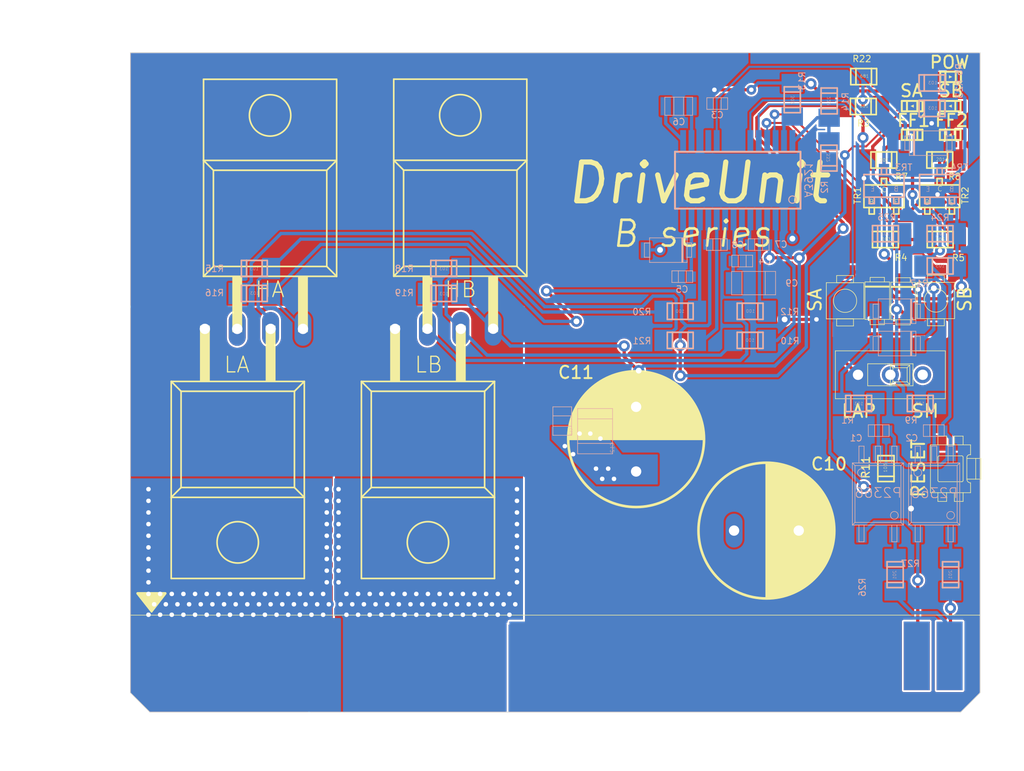
<source format=kicad_pcb>
(kicad_pcb (version 20171130) (host pcbnew "(5.1.10)-1")
  (layers (0 Top signal) (31 Bottom signal) (34 B.Paste user) (35 F.Paste user) (36 B.SilkS user) (37 F.SilkS user) (38 B.Mask user) (39 F.Mask user) (44 Edge.Cuts user))
  (net 0 "")
  (net 1 VCC)
  (net 2 GND)
  (net 3 /SA)
  (net 4 /SB)
  (net 5 "Net-(LED4-PadK)")
  (net 6 /FF1)
  (net 7 "Net-(LED5-PadK)")
  (net 8 /FF2)
  (net 9 "Net-(D4-PadC)")
  (net 10 "Net-(D5-PadC)")
  (net 11 /RESET)
  (net 12 "Net-(R1-PadRIGHT)")
  (net 13 "Net-(D2-PadA)")
  (net 14 "Net-(R9-PadRIGHT)")
  (net 15 /LAP)
  (net 16 /GLB)
  (net 17 /GHB)
  (net 18 /GLA)
  (net 19 /GHA)
  (net 20 "Net-(LED1-PadA)")
  (net 21 "Net-(LED3-PadA)")
  (net 22 "Net-(LED4-PadA)")
  (net 23 /V5)
  (net 24 "Net-(LED5-PadA)")
  (net 25 "Net-(IC1-Pad27)")
  (net 26 "Net-(IC1-Pad28)")
  (net 27 "Net-(C5-PadP$2)")
  (net 28 "Net-(SW3-Pad2)")
  (net 29 "Net-(SW3-Pad4)")
  (net 30 "Net-(SW4-PadL)")
  (net 31 /GND_IN)
  (net 32 "Net-(R26-PadLEFT)")
  (net 33 "Net-(R27-PadLEFT)")
  (net 34 "Net-(C4-PadP$2)")
  (net 35 "Net-(C7-PadP$1)")
  (net 36 "Net-(C8-PadP$1)")
  (net 37 "Net-(C6-PadP$2)")
  (net 38 "Net-(C6-PadP$1)")
  (net 39 /VCC_IN)
  (net 40 /DIR_IN)
  (net 41 /PWM_IN)
  (net 42 /PWM)
  (net 43 /DIR)
  (net 44 "Net-(IC1-Pad18)")
  (net 45 "Net-(IC1-Pad14)")
  (net 46 "Net-(IC1-Pad7)")
  (net 47 "Net-(D3-PadA)")
  (net 48 "Net-(HA1-PadGATE)")
  (net 49 "Net-(LA1-PadGATE)")
  (net 50 "Net-(HB1-PadGATE)")
  (net 51 "Net-(LB1-PadGATE)")
  (module "(Eagle)DriveUnit_B-series(ver2.0):SML-E12V8WT86" (layer Top) (at 178.2011 85.8536 270)
    (fp_text reference LED5 hide)
    (fp_text value SML-E12V8WT86 hide)
    (pad A smd rect (at 0 -1.65 270) (size 0.8 0.8) (layers Top F.Paste F.Mask) (net 24 "Net-(LED5-PadA)"))
    (pad K smd rect (at 0 0 270) (size 0.8 0.8) (layers Top F.Paste F.Mask) (net 7 "Net-(LED5-PadK)"))
  )
  (module "(Eagle)DriveUnit_B-series(ver2.0):TO-220AB-NOHOLE" (layer Top) (at 126.4611 95.7836)
    (fp_text reference HA (at -1.2311 2.7364) (layer F.SilkS) (effects (font (size 1.2065 1.2065) (thickness 0.09652)) (justify left bottom)))
    (fp_text value IRLB3813NOHOLE hide)
    (pad DRAIN smd rect (at 0 -8.9154) (size 12.7 11.938) (layers Top F.Paste F.Mask) (net 1 VCC))
    (pad SOURCE thru_hole oval (at 2.54 5.08 90) (size 2.616 1.308) (drill 0.8) (layers *.Cu *.Mask) (net 3 /SA))
    (pad GATE thru_hole oval (at -2.54 5.08 90) (size 2.616 1.308) (drill 0.8) (layers *.Cu *.Mask) (net 48 "Net-(HA1-PadGATE)"))
  )
  (module "(Eagle)DriveUnit_B-series(ver2.0):TO-220AB-NOHOLE" (layer Top) (at 141.1611 95.7736)
    (fp_text reference HB (at -1.2711 2.7464) (layer F.SilkS) (effects (font (size 1.2065 1.2065) (thickness 0.09652)) (justify left bottom)))
    (fp_text value IRLB3813NOHOLE hide)
    (pad DRAIN smd rect (at 0 -8.9154) (size 12.7 11.938) (layers Top F.Paste F.Mask) (net 1 VCC))
    (pad SOURCE thru_hole oval (at 2.54 5.08 90) (size 2.616 1.308) (drill 0.8) (layers *.Cu *.Mask) (net 4 /SB))
    (pad GATE thru_hole oval (at -2.54 5.08 90) (size 2.616 1.308) (drill 0.8) (layers *.Cu *.Mask) (net 50 "Net-(HB1-PadGATE)"))
  )
  (module "(Eagle)DriveUnit_B-series(ver2.0):TO-220AB-NOHOLE" (layer Top) (at 123.9611 105.9436 180)
    (fp_text reference LA (at 1.1411 1.6036) (layer F.SilkS) (effects (font (size 1.2065 1.2065) (thickness 0.09652)) (justify left bottom)))
    (fp_text value IRLB3813NOHOLE hide)
    (pad DRAIN smd rect (at 0 -8.9154 180) (size 12.7 11.938) (layers Top F.Paste F.Mask) (net 3 /SA))
    (pad SOURCE thru_hole oval (at 2.54 5.08 270) (size 2.616 1.308) (drill 0.8) (layers *.Cu *.Mask) (net 2 GND))
    (pad GATE thru_hole oval (at -2.54 5.08 270) (size 2.616 1.308) (drill 0.8) (layers *.Cu *.Mask) (net 49 "Net-(LA1-PadGATE)"))
  )
  (module "(Eagle)DriveUnit_B-series(ver2.0):TO-220AB-NOHOLE" (layer Top) (at 138.6611 105.9436 180)
    (fp_text reference LB (at 1.1011 1.6036) (layer F.SilkS) (effects (font (size 1.2065 1.2065) (thickness 0.09652)) (justify left bottom)))
    (fp_text value IRLB3813NOHOLE hide)
    (pad DRAIN smd rect (at 0 -8.9154 180) (size 12.7 11.938) (layers Top F.Paste F.Mask) (net 4 /SB))
    (pad SOURCE thru_hole oval (at 2.54 5.08 270) (size 2.616 1.308) (drill 0.8) (layers *.Cu *.Mask) (net 2 GND))
    (pad GATE thru_hole oval (at -2.54 5.08 270) (size 2.616 1.308) (drill 0.8) (layers *.Cu *.Mask) (net 51 "Net-(LB1-PadGATE)"))
  )
  (module "(Eagle)DriveUnit_B-series(ver2.0):GCM188L81H104KA57" (layer Bottom) (at 173.5011 108.7336)
    (fp_text reference C1 (at -2.2811 0.8664 180) (layer B.SilkS) (effects (font (size 0.5 0.5) (thickness 0.07)) (justify right bottom mirror)))
    (fp_text value GCM188L81H104KA57 hide)
    (pad P$2 smd rect (at 0.7 0) (size 0.7 0.8) (layers Bottom B.Paste B.Mask) (net 23 /V5))
    (pad P$1 smd rect (at -0.7 0) (size 0.7 0.8) (layers Bottom B.Paste B.Mask) (net 2 GND))
  )
  (module "(Eagle)DriveUnit_B-series(ver2.0):35PZJ330M10X9" (layer Top) (at 164.8211 116.4636 90)
    (fp_text reference C10 (at 4.5936 3.3589) (layer F.SilkS) (effects (font (size 0.95 0.95)) (justify left bottom)))
    (fp_text value 35PZJ330M10X9 hide)
    (pad C thru_hole oval (at 0 2.5 90) (size 2.616 1.308) (drill 0.8) (layers *.Cu *.Mask) (net 2 GND))
    (pad A thru_hole oval (at 0 -2.5 90) (size 2.616 1.308) (drill 0.8) (layers *.Cu *.Mask) (net 1 VCC))
  )
  (module "(Eagle)DriveUnit_B-series(ver2.0):35PZJ330M10X9" (layer Top) (at 154.7511 109.3936 180)
    (fp_text reference C11 (at 6.1211 4.6036) (layer F.SilkS) (effects (font (size 0.95 0.95)) (justify left bottom)))
    (fp_text value 35PZJ330M10X9 hide)
    (pad C thru_hole oval (at 0 2.5 180) (size 2.616 1.308) (drill 0.8) (layers *.Cu *.Mask) (net 2 GND))
    (pad A thru_hole oval (at 0 -2.5 180) (size 2.616 1.308) (drill 0.8) (layers *.Cu *.Mask) (net 1 VCC))
  )
  (module "(Eagle)DriveUnit_B-series(ver2.0):GRM32ER7YA106KA12" (layer Bottom) (at 151.5811 108.7736 90)
    (fp_text reference C12 (at -1.700004 1.500003 90) (layer B.SilkS) (effects (font (size 0.285 0.285) (thickness 0.0228)) (justify right bottom mirror)))
    (fp_text value GRM32ER7YA106KA12 hide)
    (pad P$2 smd rect (at 1.7 0 90) (size 1.2 2.3) (layers Bottom B.Paste B.Mask) (net 2 GND))
    (pad P$1 smd rect (at -1.7 0 90) (size 1.2 2.3) (layers Bottom B.Paste B.Mask) (net 1 VCC))
  )
  (module "(Eagle)DriveUnit_B-series(ver2.0):GRM21BC72A105KE01" (layer Bottom) (at 149.0411 107.9936 90)
    (fp_text reference C13 (at -1.1 0.8 90) (layer B.SilkS) (effects (font (size 0.19 0.19) (thickness 0.0152)) (justify right bottom mirror)))
    (fp_text value GRM21BC72A105KE01 hide)
    (pad P$2 smd rect (at 1 0 90) (size 0.8 1.4) (layers Bottom B.Paste B.Mask) (net 2 GND))
    (pad P$1 smd rect (at -1 0 90) (size 0.8 1.4) (layers Bottom B.Paste B.Mask) (net 1 VCC))
  )
  (module "(Eagle)DriveUnit_B-series(ver2.0):GCM188L81H104KA57" (layer Bottom) (at 177.7611 108.7336)
    (fp_text reference C2 (at -2.2411 0.8664) (layer B.SilkS) (effects (font (size 0.5 0.5) (thickness 0.07)) (justify right bottom mirror)))
    (fp_text value GCM188L81H104KA57 hide)
    (pad P$2 smd rect (at 0.7 0) (size 0.7 0.8) (layers Bottom B.Paste B.Mask) (net 23 /V5))
    (pad P$1 smd rect (at -0.7 0) (size 0.7 0.8) (layers Bottom B.Paste B.Mask) (net 2 GND))
  )
  (module "(Eagle)DriveUnit_B-series(ver2.0):GCM188L81H104KA57" (layer Bottom) (at 161.0211 83.4336)
    (fp_text reference C3 (at -0.5311 1.1764) (layer B.SilkS) (effects (font (size 0.5 0.5) (thickness 0.07)) (justify right bottom mirror)))
    (fp_text value GCM188L81H104KA57 hide)
    (pad P$2 smd rect (at 0.7 0) (size 0.7 0.8) (layers Bottom B.Paste B.Mask) (net 23 /V5))
    (pad P$1 smd rect (at -0.7 0) (size 0.7 0.8) (layers Bottom B.Paste B.Mask) (net 2 GND))
  )
  (module "(Eagle)DriveUnit_B-series(ver2.0):GCM188L81H104KA57" (layer Bottom) (at 162.9511 95.6136 180)
    (fp_text reference C4 (at -1.2089 -0.2964) (layer B.SilkS) (effects (font (size 0.5 0.5) (thickness 0.07)) (justify right bottom mirror)))
    (fp_text value GCM188L81H104KA57 hide)
    (pad P$2 smd rect (at 0.7 0 180) (size 0.7 0.8) (layers Bottom B.Paste B.Mask) (net 34 "Net-(C4-PadP$2)"))
    (pad P$1 smd rect (at -0.7 0 180) (size 0.7 0.8) (layers Bottom B.Paste B.Mask) (net 2 GND))
  )
  (module "(Eagle)DriveUnit_B-series(ver2.0):GCM188L81H104KA57" (layer Bottom) (at 158.3211 96.8236)
    (fp_text reference C5 (at -0.5611 1.2764) (layer B.SilkS) (effects (font (size 0.5 0.5) (thickness 0.07)) (justify right bottom mirror)))
    (fp_text value GCM188L81H104KA57 hide)
    (pad P$2 smd rect (at 0.7 0) (size 0.7 0.8) (layers Bottom B.Paste B.Mask) (net 27 "Net-(C5-PadP$2)"))
    (pad P$1 smd rect (at -0.7 0) (size 0.7 0.8) (layers Bottom B.Paste B.Mask) (net 2 GND))
  )
  (module "(Eagle)DriveUnit_B-series(ver2.0):GCM21BR71H474KA55" (layer Bottom) (at 158.0411 83.6436)
    (fp_text reference C6 (at -0.5211 1.4964) (layer B.SilkS) (effects (font (size 0.5 0.5) (thickness 0.07)) (justify right bottom mirror)))
    (fp_text value GCM21BR71H474KA55 hide)
    (pad P$2 smd rect (at 1 0) (size 0.8 1.4) (layers Bottom B.Paste B.Mask) (net 37 "Net-(C6-PadP$2)"))
    (pad P$1 smd rect (at -1 0) (size 0.8 1.4) (layers Bottom B.Paste B.Mask) (net 38 "Net-(C6-PadP$1)"))
  )
  (module "(Eagle)DriveUnit_B-series(ver2.0):GCM188L81H104KA57" (layer Bottom) (at 164.2211 94.3436)
    (fp_text reference C7 (at 1.1989 0.2764) (layer B.SilkS) (effects (font (size 0.5 0.5) (thickness 0.07)) (justify right bottom mirror)))
    (fp_text value GCM188L81H104KA57 hide)
    (pad P$2 smd rect (at 0.7 0) (size 0.7 0.8) (layers Bottom B.Paste B.Mask) (net 4 /SB))
    (pad P$1 smd rect (at -0.7 0) (size 0.7 0.8) (layers Bottom B.Paste B.Mask) (net 35 "Net-(C7-PadP$1)"))
  )
  (module "(Eagle)DriveUnit_B-series(ver2.0):GCM188L81H104KA57" (layer Bottom) (at 160.9911 94.3436 180)
    (fp_text reference C8 (at -1.0889 -0.3064) (layer B.SilkS) (effects (font (size 0.5 0.5) (thickness 0.07)) (justify right bottom mirror)))
    (fp_text value GCM188L81H104KA57 hide)
    (pad P$2 smd rect (at 0.7 0 180) (size 0.7 0.8) (layers Bottom B.Paste B.Mask) (net 3 /SA))
    (pad P$1 smd rect (at -0.7 0 180) (size 0.7 0.8) (layers Bottom B.Paste B.Mask) (net 36 "Net-(C8-PadP$1)"))
  )
  (module "(Eagle)DriveUnit_B-series(ver2.0):GRT31CC81H225KE01L" (layer Bottom) (at 163.8311 97.3236)
    (fp_text reference C9 (at 2.4189 0.2964) (layer B.SilkS) (effects (font (size 0.5 0.5) (thickness 0.07)) (justify right bottom mirror)))
    (fp_text value GRT31CC81H225KE01L hide)
    (pad P$2 smd rect (at 1.55 0) (size 1.2 1.7) (layers Bottom B.Paste B.Mask) (net 2 GND))
    (pad P$1 smd rect (at -1.55 0) (size 1.2 1.7) (layers Bottom B.Paste B.Mask) (net 34 "Net-(C4-PadP$2)"))
  )
  (module "(Eagle)DriveUnit_B-series(ver2.0):GS1010FL" (layer Bottom) (at 158.9811 94.7736 180)
    (fp_text reference D1 hide)
    (fp_text value GS1010FL hide)
    (pad A smd rect (at 3.48 0 180) (size 0.78 1.22) (layers Bottom B.Paste B.Mask) (net 1 VCC))
    (pad C smd rect (at 0 0 180) (size 0.78 1.22) (layers Bottom B.Paste B.Mask) (net 27 "Net-(C5-PadP$2)"))
  )
  (module "(Eagle)DriveUnit_B-series(ver2.0):GS1010FL" (layer Bottom) (at 176.6611 99.5 180)
    (fp_text reference D2 hide)
    (fp_text value GS1010FL hide)
    (pad A smd rect (at 3.48 0 180) (size 0.78 1.22) (layers Bottom B.Paste B.Mask) (net 13 "Net-(D2-PadA)"))
    (pad C smd rect (at 0 0 180) (size 0.78 1.22) (layers Bottom B.Paste B.Mask) (net 43 /DIR))
  )
  (module "(Eagle)DriveUnit_B-series(ver2.0):GS1010FL" (layer Bottom) (at 175.5811 86.5)
    (fp_text reference D3 hide)
    (fp_text value GS1010FL hide)
    (pad A smd rect (at 3.48 0) (size 0.78 1.22) (layers Bottom B.Paste B.Mask) (net 47 "Net-(D3-PadA)"))
    (pad C smd rect (at 0 0) (size 0.78 1.22) (layers Bottom B.Paste B.Mask) (net 43 /DIR))
  )
  (module "(Eagle)DriveUnit_B-series(ver2.0):GS1010FL" (layer Top) (at 173.3911 96.9436 270)
    (fp_text reference D4 hide)
    (fp_text value GS1010FL hide)
    (pad A smd rect (at 3.48 0 270) (size 0.78 1.22) (layers Top F.Paste F.Mask) (net 15 /LAP))
    (pad C smd rect (at 0 0 270) (size 0.78 1.22) (layers Top F.Paste F.Mask) (net 9 "Net-(D4-PadC)"))
  )
  (module "(Eagle)DriveUnit_B-series(ver2.0):GS1010FL" (layer Top) (at 175.3911 96.9636 270)
    (fp_text reference D5 hide)
    (fp_text value GS1010FL hide)
    (pad A smd rect (at 3.48 0 270) (size 0.78 1.22) (layers Top F.Paste F.Mask) (net 15 /LAP))
    (pad C smd rect (at 0 0 270) (size 0.78 1.22) (layers Top F.Paste F.Mask) (net 10 "Net-(D5-PadC)"))
  )
  (module "(Eagle)DriveUnit_B-series(ver2.0):GS1010FL" (layer Bottom) (at 176.6611 102 180)
    (fp_text reference D6 hide)
    (fp_text value GS1010FL hide)
    (pad C smd rect (at 0 0 180) (size 0.78 1.22) (layers Bottom B.Paste B.Mask) (net 10 "Net-(D5-PadC)"))
    (pad A smd rect (at 3.48 0 180) (size 0.78 1.22) (layers Bottom B.Paste B.Mask) (net 13 "Net-(D2-PadA)"))
  )
  (module "(Eagle)DriveUnit_B-series(ver2.0):10046971-019LF" (layer Top) (at 148.5011 126.1536)
    (fp_text reference EDGE1 hide)
    (fp_text value 10046971-019LF hide)
    (pad P$50 smd rect (at -30.48 0) (size 2 5.3) (layers Bottom B.Paste B.Mask) (net 3 /SA))
    (pad P$49 smd rect (at -27.94 0) (size 2 5.3) (layers Bottom B.Paste B.Mask) (net 3 /SA))
    (pad P$48 smd rect (at -25.4 0) (size 2 5.3) (layers Bottom B.Paste B.Mask) (net 3 /SA))
    (pad P$47 smd rect (at -22.86 0) (size 2 5.3) (layers Bottom B.Paste B.Mask) (net 3 /SA))
    (pad P$46 smd rect (at -20.32 0) (size 2 5.3) (layers Bottom B.Paste B.Mask) (net 3 /SA))
    (pad P$45 smd rect (at -17.78 0) (size 2 5.3) (layers Bottom B.Paste B.Mask) (net 3 /SA))
    (pad P$44 smd rect (at -15.24 0) (size 2 5.3) (layers Bottom B.Paste B.Mask) (net 4 /SB))
    (pad P$43 smd rect (at -12.7 0) (size 2 5.3) (layers Bottom B.Paste B.Mask) (net 4 /SB))
    (pad P$42 smd rect (at -10.16 0) (size 2 5.3) (layers Bottom B.Paste B.Mask) (net 4 /SB))
    (pad P$41 smd rect (at -7.62 0) (size 2 5.3) (layers Bottom B.Paste B.Mask) (net 4 /SB))
    (pad P$40 smd rect (at -5.08 0) (size 2 5.3) (layers Bottom B.Paste B.Mask) (net 4 /SB))
    (pad P$39 smd rect (at -2.54 0) (size 2 5.3) (layers Bottom B.Paste B.Mask) (net 2 GND))
    (pad P$38 smd rect (at 0 0) (size 2 5.3) (layers Bottom B.Paste B.Mask) (net 2 GND))
    (pad P$37 smd rect (at 2.54 0) (size 2 5.3) (layers Bottom B.Paste B.Mask) (net 2 GND))
    (pad P$36 smd rect (at 5.08 0) (size 2 5.3) (layers Bottom B.Paste B.Mask) (net 2 GND))
    (pad P$35 smd rect (at 7.62 0) (size 2 5.3) (layers Bottom B.Paste B.Mask) (net 2 GND))
    (pad P$34 smd rect (at 10.16 0) (size 2 5.3) (layers Bottom B.Paste B.Mask) (net 2 GND))
    (pad P$33 smd rect (at 12.7 0) (size 2 5.3) (layers Bottom B.Paste B.Mask) (net 2 GND))
    (pad P$32 smd rect (at 15.24 0) (size 2 5.3) (layers Bottom B.Paste B.Mask) (net 2 GND))
    (pad P$31 smd rect (at 17.78 0) (size 2 5.3) (layers Bottom B.Paste B.Mask) (net 2 GND))
    (pad P$30 smd rect (at 20.32 0) (size 2 5.3) (layers Bottom B.Paste B.Mask) (net 2 GND))
    (pad P$29 smd rect (at 22.86 0) (size 2 5.3) (layers Bottom B.Paste B.Mask) (net 2 GND))
    (pad P$28 smd rect (at 25.4 0) (size 2 5.3) (layers Bottom B.Paste B.Mask) (net 2 GND))
    (pad P$27 smd rect (at 27.94 0) (size 2 5.3) (layers Bottom B.Paste B.Mask) (net 39 /VCC_IN))
    (pad P$26 smd rect (at 30.48 0) (size 2 5.3) (layers Bottom B.Paste B.Mask) (net 40 /DIR_IN))
    (pad P$25 smd rect (at 30.48 0) (size 2 5.3) (layers Top F.Paste F.Mask) (net 41 /PWM_IN))
    (pad P$24 smd rect (at 27.94 0) (size 2 5.3) (layers Top F.Paste F.Mask) (net 31 /GND_IN))
    (pad P$23 smd rect (at 25.4 0) (size 2 5.3) (layers Top F.Paste F.Mask) (net 1 VCC))
    (pad P$22 smd rect (at 22.86 0) (size 2 5.3) (layers Top F.Paste F.Mask) (net 1 VCC))
    (pad P$21 smd rect (at 20.32 0) (size 2 5.3) (layers Top F.Paste F.Mask) (net 1 VCC))
    (pad P$20 smd rect (at 17.78 0) (size 2 5.3) (layers Top F.Paste F.Mask) (net 1 VCC))
    (pad P$19 smd rect (at 15.24 0) (size 2 5.3) (layers Top F.Paste F.Mask) (net 1 VCC))
    (pad P$18 smd rect (at 12.7 0) (size 2 5.3) (layers Top F.Paste F.Mask) (net 1 VCC))
    (pad P$17 smd rect (at 10.16 0) (size 2 5.3) (layers Top F.Paste F.Mask) (net 1 VCC))
    (pad P$16 smd rect (at 7.62 0) (size 2 5.3) (layers Top F.Paste F.Mask) (net 1 VCC))
    (pad P$15 smd rect (at 5.08 0) (size 2 5.3) (layers Top F.Paste F.Mask) (net 1 VCC))
    (pad P$14 smd rect (at 2.54 0) (size 2 5.3) (layers Top F.Paste F.Mask) (net 1 VCC))
    (pad P$13 smd rect (at 0 0) (size 2 5.3) (layers Top F.Paste F.Mask) (net 1 VCC))
    (pad P$12 smd rect (at -2.54 0) (size 2 5.3) (layers Top F.Paste F.Mask) (net 1 VCC))
    (pad P$11 smd rect (at -5.08 0) (size 2 5.3) (layers Top F.Paste F.Mask) (net 4 /SB))
    (pad P$10 smd rect (at -7.62 0) (size 2 5.3) (layers Top F.Paste F.Mask) (net 4 /SB))
    (pad P$9 smd rect (at -10.16 0) (size 2 5.3) (layers Top F.Paste F.Mask) (net 4 /SB))
    (pad P$8 smd rect (at -12.7 0) (size 2 5.3) (layers Top F.Paste F.Mask) (net 4 /SB))
    (pad P$7 smd rect (at -15.24 0) (size 2 5.3) (layers Top F.Paste F.Mask) (net 4 /SB))
    (pad P$6 smd rect (at -17.78 0) (size 2 5.3) (layers Top F.Paste F.Mask) (net 4 /SB))
    (pad P$5 smd rect (at -20.32 0) (size 2 5.3) (layers Top F.Paste F.Mask) (net 3 /SA))
    (pad P$4 smd rect (at -22.86 0) (size 2 5.3) (layers Top F.Paste F.Mask) (net 3 /SA))
    (pad P$3 smd rect (at -25.4 0) (size 2 5.3) (layers Top F.Paste F.Mask) (net 3 /SA))
    (pad P$2 smd rect (at -27.94 0) (size 2 5.3) (layers Top F.Paste F.Mask) (net 3 /SA))
    (pad P$1 smd rect (at -30.48 0) (size 2 5.3) (layers Top F.Paste F.Mask) (net 3 /SA))
  )
  (module "(Eagle)DriveUnit_B-series(ver2.0):A3921" (layer Bottom) (at 166.8311 91.5136 180)
    (fp_text reference A3921 (at -0.8789 3.6536 270 unlocked) (layer B.SilkS) (effects (font (size 0.6 0.6) (thickness 0.07)) (justify right bottom mirror)))
    (fp_text value A3921)
    (pad PAD smd rect (at 4.225 2.15 180) (size 5 3) (layers Bottom B.Paste B.Mask) (net 2 GND))
    (pad 28 smd rect (at 0 5.2 180) (size 0.45 1.65) (layers Bottom B.Paste B.Mask) (net 26 "Net-(IC1-Pad28)"))
    (pad 27 smd rect (at 0.65 5.2 180) (size 0.45 1.65) (layers Bottom B.Paste B.Mask) (net 25 "Net-(IC1-Pad27)"))
    (pad 26 smd rect (at 1.3 5.2 180) (size 0.45 1.65) (layers Bottom B.Paste B.Mask) (net 8 /FF2))
    (pad 25 smd rect (at 1.95 5.2 180) (size 0.45 1.65) (layers Bottom B.Paste B.Mask) (net 6 /FF1))
    (pad 24 smd rect (at 2.6 5.2 180) (size 0.45 1.65) (layers Bottom B.Paste B.Mask) (net 11 /RESET))
    (pad 23 smd rect (at 3.25 5.2 180) (size 0.45 1.65) (layers Bottom B.Paste B.Mask) (net 42 /PWM))
    (pad 22 smd rect (at 3.9 5.2 180) (size 0.45 1.65) (layers Bottom B.Paste B.Mask) (net 23 /V5))
    (pad 21 smd rect (at 4.55 5.2 180) (size 0.45 1.65) (layers Bottom B.Paste B.Mask) (net 23 /V5))
    (pad 20 smd rect (at 5.2 5.2 180) (size 0.45 1.65) (layers Bottom B.Paste B.Mask) (net 23 /V5))
    (pad 19 smd rect (at 5.85 5.2 180) (size 0.45 1.65) (layers Bottom B.Paste B.Mask) (net 43 /DIR))
    (pad 18 smd rect (at 6.5 5.2 180) (size 0.45 1.65) (layers Bottom B.Paste B.Mask) (net 44 "Net-(IC1-Pad18)"))
    (pad 17 smd rect (at 7.15 5.2 180) (size 0.45 1.65) (layers Bottom B.Paste B.Mask) (net 2 GND))
    (pad 16 smd rect (at 7.8 5.2 180) (size 0.45 1.65) (layers Bottom B.Paste B.Mask) (net 37 "Net-(C6-PadP$2)"))
    (pad 15 smd rect (at 8.45 5.2 180) (size 0.45 1.65) (layers Bottom B.Paste B.Mask) (net 38 "Net-(C6-PadP$1)"))
    (pad 14 smd rect (at 8.45 -0.9 180) (size 0.45 1.65) (layers Bottom B.Paste B.Mask) (net 45 "Net-(IC1-Pad14)"))
    (pad 13 smd rect (at 7.8 -0.9 180) (size 0.45 1.65) (layers Bottom B.Paste B.Mask) (net 27 "Net-(C5-PadP$2)"))
    (pad 12 smd rect (at 7.15 -0.9 180) (size 0.45 1.65) (layers Bottom B.Paste B.Mask) (net 18 /GLA))
    (pad 11 smd rect (at 6.5 -0.9 180) (size 0.45 1.65) (layers Bottom B.Paste B.Mask) (net 3 /SA))
    (pad 10 smd rect (at 5.85 -0.9 180) (size 0.45 1.65) (layers Bottom B.Paste B.Mask) (net 19 /GHA))
    (pad 9 smd rect (at 5.2 -0.9 180) (size 0.45 1.65) (layers Bottom B.Paste B.Mask) (net 36 "Net-(C8-PadP$1)"))
    (pad 8 smd rect (at 4.55 -0.9 180) (size 0.45 1.65) (layers Bottom B.Paste B.Mask) (net 34 "Net-(C4-PadP$2)"))
    (pad 7 smd rect (at 3.9 -0.9 180) (size 0.45 1.65) (layers Bottom B.Paste B.Mask) (net 46 "Net-(IC1-Pad7)"))
    (pad 6 smd rect (at 3.25 -0.9 180) (size 0.45 1.65) (layers Bottom B.Paste B.Mask) (net 35 "Net-(C7-PadP$1)"))
    (pad 5 smd rect (at 2.6 -0.9 180) (size 0.45 1.65) (layers Bottom B.Paste B.Mask) (net 17 /GHB))
    (pad 4 smd rect (at 1.95 -0.9 180) (size 0.45 1.65) (layers Bottom B.Paste B.Mask) (net 4 /SB))
    (pad 3 smd rect (at 1.3 -0.9 180) (size 0.45 1.65) (layers Bottom B.Paste B.Mask) (net 16 /GLB))
    (pad 1 smd rect (at 0 -0.9 180) (size 0.45 1.65) (layers Bottom B.Paste B.Mask) (net 1 VCC))
    (pad 2 smd rect (at 0.65 -0.9 180) (size 0.45 1.65) (layers Bottom B.Paste B.Mask) (net 2 GND))
  )
  (module "(Eagle)DriveUnit_B-series(ver2.0):SML-E12V8WT86" (layer Top) (at 175.2611 83.6336 270)
    (fp_text reference LED1 hide)
    (fp_text value SML-E12V8WT86 hide)
    (pad A smd rect (at 0 -1.65 270) (size 0.8 0.8) (layers Top F.Paste F.Mask) (net 20 "Net-(LED1-PadA)"))
    (pad K smd rect (at 0 0 270) (size 0.8 0.8) (layers Top F.Paste F.Mask) (net 4 /SB))
  )
  (module "(Eagle)DriveUnit_B-series(ver2.0):SML-E12V8WT86" (layer Top) (at 178.2011 83.6336 270)
    (fp_text reference LED2 hide)
    (fp_text value SML-E12V8WT86 hide)
    (pad A smd rect (at 0 -1.65 270) (size 0.8 0.8) (layers Top F.Paste F.Mask) (net 4 /SB))
    (pad K smd rect (at 0 0 270) (size 0.8 0.8) (layers Top F.Paste F.Mask) (net 20 "Net-(LED1-PadA)"))
  )
  (module "(Eagle)DriveUnit_B-series(ver2.0):SML-E12V8WT86" (layer Top) (at 179.8811 81.3736 90)
    (fp_text reference LED3 hide)
    (fp_text value SML-E12V8WT86 hide)
    (pad A smd rect (at 0 -1.65 90) (size 0.8 0.8) (layers Top F.Paste F.Mask) (net 21 "Net-(LED3-PadA)"))
    (pad K smd rect (at 0 0 90) (size 0.8 0.8) (layers Top F.Paste F.Mask) (net 2 GND))
  )
  (module "(Eagle)DriveUnit_B-series(ver2.0):SML-E12V8WT86" (layer Top) (at 175.2611 85.8536 270)
    (fp_text reference LED4 hide)
    (fp_text value SML-E12V8WT86 hide)
    (pad A smd rect (at 0 -1.65 270) (size 0.8 0.8) (layers Top F.Paste F.Mask) (net 22 "Net-(LED4-PadA)"))
    (pad K smd rect (at 0 0 270) (size 0.8 0.8) (layers Top F.Paste F.Mask) (net 5 "Net-(LED4-PadK)"))
  )
  (module "(Eagle)DriveUnit_B-series(ver2.0):RG2012" (layer Bottom) (at 170.6511 106.6336)
    (fp_text reference R1 (at -0.0911 1.5864) (layer B.SilkS) (effects (font (size 0.5 0.5) (thickness 0.07)) (justify right bottom mirror)))
    (fp_text value RG2012 hide)
    (fp_text user 103 (at 0.9589 0.1564) (layer B.SilkS) (effects (font (size 0.2413 0.2413) (thickness 0.02032)) (justify right bottom mirror)))
    (pad RIGHT smd rect (at 2.6 0) (size 1.4 1.65) (layers Bottom B.Paste B.Mask) (net 12 "Net-(R1-PadRIGHT)"))
    (pad LEFT smd rect (at 0 0) (size 1.4 1.65) (layers Bottom B.Paste B.Mask) (net 13 "Net-(D2-PadA)"))
  )
  (module "(Eagle)DriveUnit_B-series(ver2.0):RG2012" (layer Bottom) (at 164.8611 101.7536 180)
    (fp_text reference R10 (at -1.0089 -0.3364) (layer B.SilkS) (effects (font (size 0.5 0.5) (thickness 0.07)) (justify right bottom mirror)))
    (fp_text value RG2012Q-100-D-T5 hide)
    (fp_text user 100 (at 1.6611 -0.1264 180) (layer B.SilkS) (effects (font (size 0.2413 0.2413) (thickness 0.02032)) (justify right bottom mirror)))
    (pad RIGHT smd rect (at 2.6 0 180) (size 1.4 1.65) (layers Bottom B.Paste B.Mask) (net 51 "Net-(LB1-PadGATE)"))
    (pad LEFT smd rect (at 0 0 180) (size 1.4 1.65) (layers Bottom B.Paste B.Mask) (net 16 /GLB))
  )
  (module "(Eagle)DriveUnit_B-series(ver2.0):RG2012" (layer Top) (at 174.06 112.97 90)
    (fp_text reference R11 (at 0.46 -1.21 90) (layer F.SilkS) (effects (font (size 0.6 0.6) (thickness 0.1)) (justify left bottom)))
    (fp_text value RG2012 hide)
    (fp_text user 103 (at 1 0.1 90) (layer F.SilkS) (effects (font (size 0.2413 0.2413) (thickness 0.02032)) (justify left bottom)))
    (pad RIGHT smd rect (at 2.6 0 90) (size 1.4 1.65) (layers Top F.Paste F.Mask) (net 1 VCC))
    (pad LEFT smd rect (at 0 0 90) (size 1.4 1.65) (layers Top F.Paste F.Mask) (net 11 /RESET))
  )
  (module "(Eagle)DriveUnit_B-series(ver2.0):RG2012" (layer Bottom) (at 164.8611 99.5036 180)
    (fp_text reference R12 (at -0.9889 -0.3264) (layer B.SilkS) (effects (font (size 0.5 0.5) (thickness 0.07)) (justify right bottom mirror)))
    (fp_text value RG2012Q-100-D-T5 hide)
    (fp_text user 100 (at 1.6311 -0.1264 180) (layer B.SilkS) (effects (font (size 0.2413 0.2413) (thickness 0.02032)) (justify right bottom mirror)))
    (pad RIGHT smd rect (at 2.6 0 180) (size 1.4 1.65) (layers Bottom B.Paste B.Mask) (net 50 "Net-(HB1-PadGATE)"))
    (pad LEFT smd rect (at 0 0 180) (size 1.4 1.65) (layers Bottom B.Paste B.Mask) (net 17 /GHB))
  )
  (module "(Eagle)DriveUnit_B-series(ver2.0):RG2012" (layer Bottom) (at 166.8211 84.4436 90)
    (fp_text reference R13 (at 1.9936 1.0589 -90) (layer B.SilkS) (effects (font (size 0.5 0.5) (thickness 0.07)) (justify right bottom mirror)))
    (fp_text value RG2012P-302-B-T5 hide)
    (fp_text user 302 (at 0.9436 0.1689 90) (layer B.SilkS) (effects (font (size 0.2413 0.2413) (thickness 0.02032)) (justify right bottom mirror)))
    (pad RIGHT smd rect (at 2.6 0 90) (size 1.4 1.65) (layers Bottom B.Paste B.Mask) (net 2 GND))
    (pad LEFT smd rect (at 0 0 90) (size 1.4 1.65) (layers Bottom B.Paste B.Mask) (net 25 "Net-(IC1-Pad27)"))
  )
  (module "(Eagle)DriveUnit_B-series(ver2.0):RG2012" (layer Bottom) (at 169.6711 81.9336 270)
    (fp_text reference R14 (at 2.1264 -1.5489 90) (layer B.SilkS) (effects (font (size 0.5 0.5) (thickness 0.07)) (justify right bottom mirror)))
    (fp_text value RG2012N-222-W-T1 hide)
    (fp_text user 222 (at 1.6564 -0.1189 270) (layer B.SilkS) (effects (font (size 0.2413 0.2413) (thickness 0.02032)) (justify right bottom mirror)))
    (pad RIGHT smd rect (at 2.6 0 270) (size 1.4 1.65) (layers Bottom B.Paste B.Mask) (net 26 "Net-(IC1-Pad28)"))
    (pad LEFT smd rect (at 0 0 270) (size 1.4 1.65) (layers Bottom B.Paste B.Mask) (net 23 /V5))
  )
  (module "(Eagle)DriveUnit_B-series(ver2.0):RG2012" (layer Bottom) (at 123.9421 96.1936)
    (fp_text reference R15 (at -2.5521 0.3064) (layer B.SilkS) (effects (font (size 0.5 0.5) (thickness 0.07)) (justify right bottom mirror)))
    (fp_text value RG2012 hide)
    (fp_text user 103 (at 0.9279 0.1564) (layer B.SilkS) (effects (font (size 0.2413 0.2413) (thickness 0.02032)) (justify right bottom mirror)))
    (pad RIGHT smd rect (at 2.6 0) (size 1.4 1.65) (layers Bottom B.Paste B.Mask) (net 49 "Net-(LA1-PadGATE)"))
    (pad LEFT smd rect (at 0 0) (size 1.4 1.65) (layers Bottom B.Paste B.Mask) (net 2 GND))
  )
  (module "(Eagle)DriveUnit_B-series(ver2.0):RG2012" (layer Bottom) (at 126.5411 98.1236 180)
    (fp_text reference R16 (at 5.1511 -0.2464) (layer B.SilkS) (effects (font (size 0.5 0.5) (thickness 0.07)) (justify right bottom mirror)))
    (fp_text value RG2012 hide)
    (fp_text user 103 (at 1.6311 -0.1264 180) (layer B.SilkS) (effects (font (size 0.2413 0.2413) (thickness 0.02032)) (justify right bottom mirror)))
    (pad RIGHT smd rect (at 2.6 0 180) (size 1.4 1.65) (layers Bottom B.Paste B.Mask) (net 48 "Net-(HA1-PadGATE)"))
    (pad LEFT smd rect (at 0 0 180) (size 1.4 1.65) (layers Bottom B.Paste B.Mask) (net 3 /SA))
  )
  (module "(Eagle)DriveUnit_B-series(ver2.0):RG2012" (layer Bottom) (at 179.5511 96 180)
    (fp_text reference R17 (at 3.6911 -1.65) (layer B.SilkS) (effects (font (size 0.5 0.5) (thickness 0.07)) (justify right bottom mirror)))
    (fp_text value RG2012 hide)
    (fp_text user 103 (at 1.6511 -0.13 180) (layer B.SilkS) (effects (font (size 0.2413 0.2413) (thickness 0.02032)) (justify right bottom mirror)))
    (pad RIGHT smd rect (at 2.6 0 180) (size 1.4 1.65) (layers Bottom B.Paste B.Mask) (net 23 /V5))
    (pad LEFT smd rect (at 0 0 180) (size 1.4 1.65) (layers Bottom B.Paste B.Mask) (net 9 "Net-(D4-PadC)"))
  )
  (module "(Eagle)DriveUnit_B-series(ver2.0):RG2012" (layer Bottom) (at 138.5811 96.1936)
    (fp_text reference R18 (at -2.5211 0.3064) (layer B.SilkS) (effects (font (size 0.5 0.5) (thickness 0.07)) (justify right bottom mirror)))
    (fp_text value RG2012 hide)
    (fp_text user 103 (at 0.9489 0.1464) (layer B.SilkS) (effects (font (size 0.2413 0.2413) (thickness 0.02032)) (justify right bottom mirror)))
    (pad RIGHT smd rect (at 2.6 0) (size 1.4 1.65) (layers Bottom B.Paste B.Mask) (net 51 "Net-(LB1-PadGATE)"))
    (pad LEFT smd rect (at 0 0) (size 1.4 1.65) (layers Bottom B.Paste B.Mask) (net 2 GND))
  )
  (module "(Eagle)DriveUnit_B-series(ver2.0):RG2012" (layer Bottom) (at 141.1811 98.1236 180)
    (fp_text reference R19 (at 5.1211 -0.2464) (layer B.SilkS) (effects (font (size 0.5 0.5) (thickness 0.07)) (justify right bottom mirror)))
    (fp_text value RG2012 hide)
    (fp_text user 103 (at 1.6411 -0.1664 180) (layer B.SilkS) (effects (font (size 0.2413 0.2413) (thickness 0.02032)) (justify right bottom mirror)))
    (pad RIGHT smd rect (at 2.6 0 180) (size 1.4 1.65) (layers Bottom B.Paste B.Mask) (net 50 "Net-(HB1-PadGATE)"))
    (pad LEFT smd rect (at 0 0 180) (size 1.4 1.65) (layers Bottom B.Paste B.Mask) (net 4 /SB))
  )
  (module "(Eagle)DriveUnit_B-series(ver2.0):RG2012" (layer Bottom) (at 169.6511 86.3536 270)
    (fp_text reference R2 (at 4.0864 0.0411 90) (layer B.SilkS) (effects (font (size 0.5 0.5) (thickness 0.07)) (justify right bottom mirror)))
    (fp_text value RG2012N-332-W-T1 hide)
    (fp_text user 332 (at 1.6164 -0.0989 270) (layer B.SilkS) (effects (font (size 0.2413 0.2413) (thickness 0.02032)) (justify right bottom mirror)))
    (pad RIGHT smd rect (at 2.6 0 270) (size 1.4 1.65) (layers Bottom B.Paste B.Mask) (net 2 GND))
    (pad LEFT smd rect (at 0 0 270) (size 1.4 1.65) (layers Bottom B.Paste B.Mask) (net 26 "Net-(IC1-Pad28)"))
  )
  (module "(Eagle)DriveUnit_B-series(ver2.0):RG2012" (layer Bottom) (at 156.8611 99.5036)
    (fp_text reference R20 (at -2.4411 0.3264) (layer B.SilkS) (effects (font (size 0.5 0.5) (thickness 0.07)) (justify right bottom mirror)))
    (fp_text value RG2012Q-100-D-T5 hide)
    (fp_text user 100 (at 0.9289 0.1364) (layer B.SilkS) (effects (font (size 0.2413 0.2413) (thickness 0.02032)) (justify right bottom mirror)))
    (pad RIGHT smd rect (at 2.6 0) (size 1.4 1.65) (layers Bottom B.Paste B.Mask) (net 18 /GLA))
    (pad LEFT smd rect (at 0 0) (size 1.4 1.65) (layers Bottom B.Paste B.Mask) (net 49 "Net-(LA1-PadGATE)"))
  )
  (module "(Eagle)DriveUnit_B-series(ver2.0):RG2012" (layer Bottom) (at 156.8611 101.7536)
    (fp_text reference R21 (at -2.4411 0.3364) (layer B.SilkS) (effects (font (size 0.5 0.5) (thickness 0.07)) (justify right bottom mirror)))
    (fp_text value RG2012Q-100-D-T5 hide)
    (fp_text user 100 (at 0.9289 0.1764) (layer B.SilkS) (effects (font (size 0.2413 0.2413) (thickness 0.02032)) (justify right bottom mirror)))
    (pad RIGHT smd rect (at 2.6 0) (size 1.4 1.65) (layers Bottom B.Paste B.Mask) (net 19 /GHA))
    (pad LEFT smd rect (at 0 0) (size 1.4 1.65) (layers Bottom B.Paste B.Mask) (net 48 "Net-(HA1-PadGATE)"))
  )
  (module "(Eagle)DriveUnit_B-series(ver2.0):RG2012" (layer Top) (at 171.0411 81.3536)
    (fp_text reference R22 (at 0.3889 -1.0836) (layer F.SilkS) (effects (font (size 0.5 0.5) (thickness 0.07)) (justify left bottom)))
    (fp_text value RG2012P-681-B-T5 hide)
    (fp_text user 681 (at 1 0.1) (layer F.SilkS) (effects (font (size 0.2413 0.2413) (thickness 0.02032)) (justify left bottom)))
    (pad RIGHT smd rect (at 2.6 0) (size 1.4 1.65) (layers Top F.Paste F.Mask) (net 21 "Net-(LED3-PadA)"))
    (pad LEFT smd rect (at 0 0) (size 1.4 1.65) (layers Top F.Paste F.Mask) (net 1 VCC))
  )
  (module "(Eagle)DriveUnit_B-series(ver2.0):RG2012" (layer Bottom) (at 178.9211 83.8136 180)
    (fp_text reference R23 (at -1.1089 0.7236 -90) (layer B.SilkS) (effects (font (size 0.5 0.5) (thickness 0.07)) (justify right bottom mirror)))
    (fp_text value RG2012 hide)
    (fp_text user 103 (at 1.6011 -0.1164 180) (layer B.SilkS) (effects (font (size 0.2413 0.2413) (thickness 0.02032)) (justify right bottom mirror)))
    (pad RIGHT smd rect (at 2.6 0 180) (size 1.4 1.65) (layers Bottom B.Paste B.Mask) (net 23 /V5))
    (pad LEFT smd rect (at 0 0 180) (size 1.4 1.65) (layers Bottom B.Paste B.Mask) (net 47 "Net-(D3-PadA)"))
  )
  (module "(Eagle)DriveUnit_B-series(ver2.0):RG2012" (layer Bottom) (at 179.5411 93.5 180)
    (fp_text reference R24 (at 2.0711 0.96) (layer B.SilkS) (effects (font (size 0.5 0.5) (thickness 0.07)) (justify right bottom mirror)))
    (fp_text value RG2012 hide)
    (fp_text user 103 (at 1.6211 -0.14 180) (layer B.SilkS) (effects (font (size 0.2413 0.2413) (thickness 0.02032)) (justify right bottom mirror)))
    (pad RIGHT smd rect (at 2.6 0 180) (size 1.4 1.65) (layers Bottom B.Paste B.Mask) (net 2 GND))
    (pad LEFT smd rect (at 0 0 180) (size 1.4 1.65) (layers Bottom B.Paste B.Mask) (net 9 "Net-(D4-PadC)"))
  )
  (module "(Eagle)DriveUnit_B-series(ver2.0):RG2012" (layer Bottom) (at 175.3211 93.5 180)
    (fp_text reference R25 (at 1.9611 0.98) (layer B.SilkS) (effects (font (size 0.5 0.5) (thickness 0.07)) (justify right bottom mirror)))
    (fp_text value RG2012 hide)
    (fp_text user 103 (at 1.6611 -0.14 180) (layer B.SilkS) (effects (font (size 0.2413 0.2413) (thickness 0.02032)) (justify right bottom mirror)))
    (pad RIGHT smd rect (at 2.6 0 180) (size 1.4 1.65) (layers Bottom B.Paste B.Mask) (net 2 GND))
    (pad LEFT smd rect (at 0 0 180) (size 1.4 1.65) (layers Bottom B.Paste B.Mask) (net 15 /LAP))
  )
  (module "(Eagle)DriveUnit_B-series(ver2.0):RG2012" (layer Bottom) (at 174.7711 118.5736 270)
    (fp_text reference R26 (at 1.5064 2.2411 90) (layer B.SilkS) (effects (font (size 0.5 0.5) (thickness 0.07)) (justify left bottom mirror)))
    (fp_text value RG2012N-201-W-T1 hide)
    (fp_text user 201 (at 1.6764 -0.0989 270) (layer B.SilkS) (effects (font (size 0.2413 0.2413) (thickness 0.02032)) (justify right bottom mirror)))
    (pad RIGHT smd rect (at 2.6 0 270) (size 1.4 1.65) (layers Bottom B.Paste B.Mask) (net 40 /DIR_IN))
    (pad LEFT smd rect (at 0 0 270) (size 1.4 1.65) (layers Bottom B.Paste B.Mask) (net 32 "Net-(R26-PadLEFT)"))
  )
  (module "(Eagle)DriveUnit_B-series(ver2.0):RG2012" (layer Bottom) (at 179.0611 118.5736 270)
    (fp_text reference R27 (at 0.7364 3.8811) (layer B.SilkS) (effects (font (size 0.5 0.5) (thickness 0.07)) (justify right bottom mirror)))
    (fp_text value RG2012N-201-W-T1 hide)
    (fp_text user 201 (at 1.6564 -0.1189 270) (layer B.SilkS) (effects (font (size 0.2413 0.2413) (thickness 0.02032)) (justify right bottom mirror)))
    (pad RIGHT smd rect (at 2.6 0 270) (size 1.4 1.65) (layers Bottom B.Paste B.Mask) (net 41 /PWM_IN))
    (pad LEFT smd rect (at 0 0 270) (size 1.4 1.65) (layers Bottom B.Paste B.Mask) (net 33 "Net-(R27-PadLEFT)"))
  )
  (module "(Eagle)DriveUnit_B-series(ver2.0):RG2012" (layer Top) (at 171.0111 83.6636)
    (fp_text reference R3 (at 0.7789 1.5864) (layer F.SilkS) (effects (font (size 0.5 0.5) (thickness 0.07)) (justify left bottom)))
    (fp_text value RG2012P-681-B-T5 hide)
    (fp_text user 681 (at 1 0.1) (layer F.SilkS) (effects (font (size 0.2413 0.2413) (thickness 0.02032)) (justify left bottom)))
    (pad RIGHT smd rect (at 2.6 0) (size 1.4 1.65) (layers Top F.Paste F.Mask) (net 20 "Net-(LED1-PadA)"))
    (pad LEFT smd rect (at 0 0) (size 1.4 1.65) (layers Top F.Paste F.Mask) (net 3 /SA))
  )
  (module "(Eagle)DriveUnit_B-series(ver2.0):RG2012" (layer Top) (at 172.7211 93.9536)
    (fp_text reference R4 (at 1.9689 1.6864) (layer F.SilkS) (effects (font (size 0.5 0.5) (thickness 0.07)) (justify left bottom)))
    (fp_text value RG2012 hide)
    (fp_text user 103 (at 1 0.1) (layer F.SilkS) (effects (font (size 0.2413 0.2413) (thickness 0.02032)) (justify left bottom)))
    (pad RIGHT smd rect (at 2.6 0) (size 1.4 1.65) (layers Top F.Paste F.Mask) (net 23 /V5))
    (pad LEFT smd rect (at 0 0) (size 1.4 1.65) (layers Top F.Paste F.Mask) (net 6 /FF1))
  )
  (module "(Eagle)DriveUnit_B-series(ver2.0):RG2012" (layer Top) (at 179.5511 93.9536 180)
    (fp_text reference R5 (at 0.4211 -1.7064) (layer F.SilkS) (effects (font (size 0.5 0.5) (thickness 0.07)) (justify left bottom)))
    (fp_text value RG2012 hide)
    (fp_text user 103 (at 1.6611 -0.1364 180) (layer F.SilkS) (effects (font (size 0.2413 0.2413) (thickness 0.02032)) (justify left bottom)))
    (pad RIGHT smd rect (at 2.6 0 180) (size 1.4 1.65) (layers Top F.Paste F.Mask) (net 23 /V5))
    (pad LEFT smd rect (at 0 0 180) (size 1.4 1.65) (layers Top F.Paste F.Mask) (net 8 /FF2))
  )
  (module "(Eagle)DriveUnit_B-series(ver2.0):RG2012" (layer Bottom) (at 176.3211 81.8436)
    (fp_text reference R6 (at 3.6889 -0.5036 -90) (layer B.SilkS) (effects (font (size 0.5 0.5) (thickness 0.07)) (justify right bottom mirror)))
    (fp_text value RG2012 hide)
    (fp_text user 103 (at 0.9989 0.1264) (layer B.SilkS) (effects (font (size 0.2413 0.2413) (thickness 0.02032)) (justify right bottom mirror)))
    (pad RIGHT smd rect (at 2.6 0) (size 1.4 1.65) (layers Bottom B.Paste B.Mask) (net 42 /PWM))
    (pad LEFT smd rect (at 0 0) (size 1.4 1.65) (layers Bottom B.Paste B.Mask) (net 23 /V5))
  )
  (module "(Eagle)DriveUnit_B-series(ver2.0):RG2012" (layer Top) (at 175.2011 87.8036 180)
    (fp_text reference R7 (at 0.4711 -1.5764) (layer F.SilkS) (effects (font (size 0.5 0.5) (thickness 0.07)) (justify left bottom)))
    (fp_text value RG2012N-201-W-T1 hide)
    (fp_text user 201 (at 1.6411 -0.1464 180) (layer F.SilkS) (effects (font (size 0.2413 0.2413) (thickness 0.02032)) (justify left bottom)))
    (pad RIGHT smd rect (at 2.6 0 180) (size 1.4 1.65) (layers Top F.Paste F.Mask) (net 22 "Net-(LED4-PadA)"))
    (pad LEFT smd rect (at 0 0 180) (size 1.4 1.65) (layers Top F.Paste F.Mask) (net 23 /V5))
  )
  (module "(Eagle)DriveUnit_B-series(ver2.0):RG2012" (layer Top) (at 176.9211 87.8036)
    (fp_text reference R8 (at 1.9189 1.5764) (layer F.SilkS) (effects (font (size 0.5 0.5) (thickness 0.07)) (justify left bottom)))
    (fp_text value RG2012N-201-W-T1 hide)
    (fp_text user 201 (at 1 0.1) (layer F.SilkS) (effects (font (size 0.2413 0.2413) (thickness 0.02032)) (justify left bottom)))
    (pad RIGHT smd rect (at 2.6 0) (size 1.4 1.65) (layers Top F.Paste F.Mask) (net 24 "Net-(LED5-PadA)"))
    (pad LEFT smd rect (at 0 0) (size 1.4 1.65) (layers Top F.Paste F.Mask) (net 23 /V5))
  )
  (module "(Eagle)DriveUnit_B-series(ver2.0):RG2012" (layer Bottom) (at 175.4111 106.6336)
    (fp_text reference R9 (at 0.0589 1.5864) (layer B.SilkS) (effects (font (size 0.5 0.5) (thickness 0.07)) (justify right bottom mirror)))
    (fp_text value RG2012 hide)
    (fp_text user 103 (at 0.9289 0.1464) (layer B.SilkS) (effects (font (size 0.2413 0.2413) (thickness 0.02032)) (justify right bottom mirror)))
    (pad RIGHT smd rect (at 2.6 0) (size 1.4 1.65) (layers Bottom B.Paste B.Mask) (net 14 "Net-(R9-PadRIGHT)"))
    (pad LEFT smd rect (at 0 0) (size 1.4 1.65) (layers Bottom B.Paste B.Mask) (net 15 /LAP))
  )
  (module "(Eagle)DriveUnit_B-series(ver2.0):TVAF06-A020B-R" (layer Top) (at 170.9011 100.9136 90)
    (fp_text reference SA (at 1.2736 -1.7511 90) (layer F.SilkS) (effects (justify left bottom)))
    (fp_text value TVAF06-A020B-R hide)
    (pad RIGHT smd rect (at 4.45 0 90) (size 1.05 1.6) (layers Top F.Paste F.Mask) (net 9 "Net-(D4-PadC)"))
    (pad LEFT smd rect (at 0 0 90) (size 1.05 1.6) (layers Top F.Paste F.Mask) (net 2 GND))
  )
  (module "(Eagle)DriveUnit_B-series(ver2.0):TVAF06-A020B-R" (layer Top) (at 177.9211 96.4436 270)
    (fp_text reference SB (at 3.1964 -2.8089 90) (layer F.SilkS) (effects (justify left bottom)))
    (fp_text value TVAF06-A020B-R hide)
    (pad RIGHT smd rect (at 4.45 0 270) (size 1.05 1.6) (layers Top F.Paste F.Mask) (net 2 GND))
    (pad LEFT smd rect (at 0 0 270) (size 1.05 1.6) (layers Top F.Paste F.Mask) (net 10 "Net-(D5-PadC)"))
  )
  (module "(Eagle)DriveUnit_B-series(ver2.0):THAF01-NC-R" (layer Top) (at 179.8011 113.6836 90)
    (fp_text reference SW3 hide)
    (fp_text value THAF01-NC-R hide)
    (pad 1 smd rect (at 0 -1.5 90) (size 1.2 0.9) (layers Top F.Paste F.Mask) (net 2 GND))
    (pad 2 smd rect (at 4 -1.5 90) (size 1.2 0.9) (layers Top F.Paste F.Mask) (net 28 "Net-(SW3-Pad2)"))
    (pad 4 smd rect (at 4 0 90) (size 1.2 0.9) (layers Top F.Paste F.Mask) (net 29 "Net-(SW3-Pad4)"))
    (pad 3 smd rect (at 0 0 90) (size 1.2 0.9) (layers Top F.Paste F.Mask) (net 11 /RESET))
  )
  (module "(Eagle)DriveUnit_B-series(ver2.0):SS-12D00G3" (layer Top) (at 174.4011 104.4136 180)
    (fp_text reference SW4 hide)
    (fp_text value SS-12D00G3 hide)
    (pad L thru_hole circle (at -2.5 0 180) (size 1.308 1.308) (drill 0.8) (layers *.Cu *.Mask) (net 30 "Net-(SW4-PadL)"))
    (pad R thru_hole circle (at 2.5 0 180) (size 1.308 1.308) (drill 0.8) (layers *.Cu *.Mask) (net 2 GND))
    (pad C thru_hole circle (at 0 0 180) (size 1.308 1.308) (drill 0.8) (layers *.Cu *.Mask) (net 15 /LAP))
  )
  (module "(Eagle)DriveUnit_B-series(ver2.0):TLP2366" (layer Bottom) (at 174.7111 116.7836 180)
    (fp_text reference TLP1 hide)
    (fp_text value TLP2366 hide)
    (fp_text user P2366 (at 3.1211 2.7936 180) (layer B.SilkS) (effects (font (size 0.76 0.76) (thickness 0.064)) (justify right bottom mirror)))
    (pad 5 smd rect (at 1.27 6.3 180) (size 0.8 1.2) (layers Bottom B.Paste B.Mask) (net 12 "Net-(R1-PadRIGHT)"))
    (pad 4 smd rect (at 2.54 6.3 180) (size 0.8 1.2) (layers Bottom B.Paste B.Mask) (net 2 GND))
    (pad 3 smd rect (at 2.54 0 180) (size 0.8 1.2) (layers Bottom B.Paste B.Mask) (net 31 /GND_IN))
    (pad 6 smd rect (at 0 6.3 180) (size 0.8 1.2) (layers Bottom B.Paste B.Mask) (net 23 /V5))
    (pad 1 smd rect (at 0 0 180) (size 0.8 1.2) (layers Bottom B.Paste B.Mask) (net 32 "Net-(R26-PadLEFT)"))
  )
  (module "(Eagle)DriveUnit_B-series(ver2.0):TLP2366" (layer Bottom) (at 179.0611 116.7836 180)
    (fp_text reference TLP2 hide)
    (fp_text value TLP2366 hide)
    (fp_text user P2366 (at 3.1211 2.7736 180) (layer B.SilkS) (effects (font (size 0.76 0.76) (thickness 0.064)) (justify right bottom mirror)))
    (pad 5 smd rect (at 1.27 6.3 180) (size 0.8 1.2) (layers Bottom B.Paste B.Mask) (net 14 "Net-(R9-PadRIGHT)"))
    (pad 4 smd rect (at 2.54 6.3 180) (size 0.8 1.2) (layers Bottom B.Paste B.Mask) (net 2 GND))
    (pad 3 smd rect (at 2.54 0 180) (size 0.8 1.2) (layers Bottom B.Paste B.Mask) (net 31 /GND_IN))
    (pad 6 smd rect (at 0 6.3 180) (size 0.8 1.2) (layers Bottom B.Paste B.Mask) (net 23 /V5))
    (pad 1 smd rect (at 0 0 180) (size 0.8 1.2) (layers Bottom B.Paste B.Mask) (net 33 "Net-(R27-PadLEFT)"))
  )
  (module "(Eagle)DriveUnit_B-series(ver2.0):2SC3325" (layer Top) (at 174.8611 91.8036 90)
    (fp_text reference TR1 (at 0.5336 -2.7011 90) (layer F.SilkS) (effects (font (size 0.5 0.5) (thickness 0.07)) (justify left bottom)))
    (fp_text value 2SC3325 hide)
    (fp_text user C (at 1.4836 -1.1611 180) (layer F.SilkS) (effects (font (size 0.38 0.38) (thickness 0.032)) (justify left bottom)))
    (fp_text user E (at 0.5336 -0.1911 180) (layer F.SilkS) (effects (font (size 0.38 0.38) (thickness 0.032)) (justify left bottom)))
    (fp_text user B (at 0.5336 -2.1211 180) (layer F.SilkS) (effects (font (size 0.38 0.38) (thickness 0.032)) (justify left bottom)))
    (pad C smd rect (at 2.4 -0.95 90) (size 1 0.8) (layers Top F.Paste F.Mask) (net 5 "Net-(LED4-PadK)"))
    (pad B smd rect (at 0 -1.9 90) (size 1 0.8) (layers Top F.Paste F.Mask) (net 6 /FF1))
    (pad E smd rect (at 0 0 90) (size 1 0.8) (layers Top F.Paste F.Mask) (net 2 GND))
  )
  (module "(Eagle)DriveUnit_B-series(ver2.0):2SC3325" (layer Top) (at 179.1611 91.8036 90)
    (fp_text reference TR2 (at 0.5336 1.3189 90) (layer F.SilkS) (effects (font (size 0.5 0.5) (thickness 0.07)) (justify left bottom)))
    (fp_text value 2SC3325 hide)
    (fp_text user C (at 1.5536 -1.1411 180) (layer F.SilkS) (effects (font (size 0.38 0.38) (thickness 0.032)) (justify left bottom)))
    (fp_text user E (at 0.4836 -0.2011 180) (layer F.SilkS) (effects (font (size 0.38 0.38) (thickness 0.032)) (justify left bottom)))
    (fp_text user B (at 0.5036 -2.1211 180) (layer F.SilkS) (effects (font (size 0.38 0.38) (thickness 0.032)) (justify left bottom)))
    (pad C smd rect (at 2.4 -0.95 90) (size 1 0.8) (layers Top F.Paste F.Mask) (net 7 "Net-(LED5-PadK)"))
    (pad B smd rect (at 0 -1.9 90) (size 1 0.8) (layers Top F.Paste F.Mask) (net 8 /FF2))
    (pad E smd rect (at 0 0 90) (size 1 0.8) (layers Top F.Paste F.Mask) (net 2 GND))
  )
  (module "(Eagle)DriveUnit_B-series(ver2.0):2SC3325" (layer Bottom) (at 172.9611 91 90)
    (fp_text reference TR3 (at 2.33 1.7389 180) (layer B.SilkS) (effects (font (size 0.5 0.5) (thickness 0.07)) (justify right bottom mirror)))
    (fp_text value 2SC3325 hide)
    (fp_text user C (at 1.26 0.7289) (layer B.SilkS) (effects (font (size 0.38 0.38) (thickness 0.032)) (justify right bottom mirror)))
    (fp_text user E (at 0.74 -0.1311) (layer B.SilkS) (effects (font (size 0.38 0.38) (thickness 0.032)) (justify right bottom mirror)))
    (fp_text user B (at 0.74 1.6789) (layer B.SilkS) (effects (font (size 0.38 0.38) (thickness 0.032)) (justify right bottom mirror)))
    (pad C smd rect (at 2.4 0.95 90) (size 1 0.8) (layers Bottom B.Paste B.Mask) (net 42 /PWM))
    (pad B smd rect (at 0 1.9 90) (size 1 0.8) (layers Bottom B.Paste B.Mask) (net 15 /LAP))
    (pad E smd rect (at 0 0 90) (size 1 0.8) (layers Bottom B.Paste B.Mask) (net 2 GND))
  )
  (module "(Eagle)DriveUnit_B-series(ver2.0):2SC3325" (layer Bottom) (at 177.2611 91 90)
    (fp_text reference TR4 (at 2.33 1.7289 180) (layer B.SilkS) (effects (font (size 0.5 0.5) (thickness 0.07)) (justify right bottom mirror)))
    (fp_text value 2SC3325 hide)
    (fp_text user C (at 1.27 0.7189) (layer B.SilkS) (effects (font (size 0.38 0.38) (thickness 0.032)) (justify right bottom mirror)))
    (fp_text user E (at 0.72 -0.1511) (layer B.SilkS) (effects (font (size 0.38 0.38) (thickness 0.032)) (justify right bottom mirror)))
    (fp_text user B (at 0.73 1.6689) (layer B.SilkS) (effects (font (size 0.38 0.38) (thickness 0.032)) (justify right bottom mirror)))
    (pad C smd rect (at 2.4 0.95 90) (size 1 0.8) (layers Bottom B.Paste B.Mask) (net 47 "Net-(D3-PadA)"))
    (pad B smd rect (at 0 1.9 90) (size 1 0.8) (layers Bottom B.Paste B.Mask) (net 9 "Net-(D4-PadC)"))
    (pad E smd rect (at 0 0 90) (size 1 0.8) (layers Bottom B.Paste B.Mask) (net 2 GND))
  )
  (gr_poly (pts (xy 117.3 122.69) (xy 116.22 121.32) (xy 118.36 121.32)) (layer F.SilkS) (width 0.2))
  (gr_text "B series" (at 159.1 93.51) (layer F.SilkS) (effects (font (size 2 2) (thickness 0.2) italic)))
  (gr_text DriveUnit (at 159.54 89.59) (layer F.SilkS) (effects (font (size 3 3) (thickness 0.4) italic)))
  (gr_text SM (at 177.09 107.22) (layer F.SilkS) (effects (font (size 1 1))))
  (gr_text LAP (at 171.98 107.22) (layer F.SilkS) (effects (font (size 1 1))))
  (gr_text RESET (at 176.56 111.64 90) (layer F.SilkS) (effects (font (size 1 1))))
  (gr_line (start 115.6611 79.5036) (end 115.6611 129.0036) (layer Edge.Cuts) (width 0.05))
  (gr_line (start 115.6611 129.0036) (end 117.1611 130.5036) (layer Edge.Cuts) (width 0.05))
  (gr_line (start 117.1611 130.5036) (end 179.8411 130.5036) (layer Edge.Cuts) (width 0.05))
  (gr_line (start 179.8411 130.5036) (end 181.3411 129.0036) (layer Edge.Cuts) (width 0.05))
  (gr_line (start 181.3411 129.0036) (end 181.3411 79.5036) (layer Edge.Cuts) (width 0.05))
  (gr_line (start 181.3411 79.5036) (end 115.6611 79.5036) (layer Edge.Cuts) (width 0.05))
  (gr_line (start 115.6611 123.0036) (end 181.3411 123.0036) (layer F.SilkS) (width 0.05))
  (gr_text POW (at 177.3611 80.8036) (layer F.SilkS) (effects (font (size 0.95 0.95)) (justify left bottom)))
  (gr_text SA (at 175.0711 83.0036) (layer F.SilkS) (effects (font (size 0.95 0.95)) (justify left bottom)))
  (gr_text SB (at 178.0611 83.0036) (layer F.SilkS) (effects (font (size 0.95 0.95)) (justify left bottom)))
  (gr_text FF1 (at 174.8311 85.3036) (layer F.SilkS) (effects (font (size 0.95 0.95)) (justify left bottom)))
  (gr_text FF2 (at 177.7611 85.3036) (layer F.SilkS) (effects (font (size 0.95 0.95)) (justify left bottom)))
  (segment (start 166.8311 92.4136) (end 166.8311 93.8836) (width 0.254) (layer Bottom) (net 1))
  (via (at 166.8311 93.8836) (size 0.8564) (drill 0.45) (layers Top Bottom) (net 1))
  (segment (start 166.8311 93.8836) (end 167.3311 93.8836) (width 0.254) (layer Top) (net 1))
  (segment (start 167.3311 93.8836) (end 167.3511 93.9036) (width 0.254) (layer Top) (net 1))
  (segment (start 155.5011 94.7736) (end 155.5211 94.7536) (width 0.254) (layer Bottom) (net 1))
  (segment (start 156.6011 94.7536) (end 155.5211 94.7536) (width 0.254) (layer Bottom) (net 1))
  (via (at 156.6011 94.7536) (size 0.8564) (drill 0.45) (layers Top Bottom) (net 1))
  (segment (start 156.6011 94.7536) (end 155.9111 94.7536) (width 0.254) (layer Top) (net 1))
  (segment (start 155.9111 94.7536) (end 155.6611 94.5036) (width 0.254) (layer Top) (net 1))
  (via (at 152.5911 111.6736) (size 0.7564) (drill 0.35) (layers Top Bottom) (net 1))
  (via (at 151.6511 111.6736) (size 0.7564) (drill 0.35) (layers Top Bottom) (net 1))
  (via (at 149.8811 110.5536) (size 0.7564) (drill 0.35) (layers Top Bottom) (net 1))
  (via (at 149.2411 109.9336) (size 0.7564) (drill 0.35) (layers Top Bottom) (net 1))
  (via (at 150.3811 108.9636) (size 0.7564) (drill 0.35) (layers Top Bottom) (net 1))
  (via (at 151.2111 108.9636) (size 0.7564) (drill 0.35) (layers Top Bottom) (net 1))
  (via (at 151.9911 109.3436) (size 0.7564) (drill 0.35) (layers Top Bottom) (net 1))
  (via (at 152.1311 112.4636) (size 0.7564) (drill 0.35) (layers Top Bottom) (net 1))
  (via (at 153.0411 112.4636) (size 0.7564) (drill 0.35) (layers Top Bottom) (net 1))
  (segment (start 172.8011 108.7336) (end 172.1711 109.3636) (width 0.1524) (layer Bottom) (net 2))
  (segment (start 172.1711 109.3636) (end 172.1711 110.4836) (width 0.1524) (layer Bottom) (net 2))
  (segment (start 177.0611 108.7336) (end 176.5211 109.2736) (width 0.1524) (layer Bottom) (net 2))
  (segment (start 176.5211 109.2736) (end 176.5211 110.4836) (width 0.1524) (layer Bottom) (net 2))
  (segment (start 171.9011 104.4136) (end 170.9011 103.4136) (width 0.254) (layer Top) (net 2))
  (segment (start 170.9011 103.4136) (end 170.9011 100.9136) (width 0.254) (layer Top) (net 2))
  (segment (start 177.5611 101.2536) (end 177.9211 100.8936) (width 0.1524) (layer Top) (net 2))
  (segment (start 177.5611 101.2536) (end 171.2411 101.2536) (width 0.254) (layer Top) (net 2))
  (segment (start 170.9011 100.9136) (end 171.2411 101.2536) (width 0.254) (layer Top) (net 2))
  (via (at 176 114.76) (size 0.8564) (drill 0.45) (layers Top Bottom) (net 2))
  (segment (start 179.8811 81.3736) (end 178.7911 82.4636) (width 0.254) (layer Top) (net 2))
  (segment (start 168.8223 82.4636) (end 168.2655 81.9068) (width 0.254) (layer Top) (net 2))
  (via (at 168.2655 81.9068) (size 0.8564) (drill 0.45) (layers Top Bottom) (net 2))
  (segment (start 168.2655 81.9068) (end 167.6055 81.9068) (width 0.254) (layer Bottom) (net 2))
  (segment (start 167.6055 81.9068) (end 167.5423 81.8436) (width 0.1524) (layer Bottom) (net 2))
  (segment (start 167.5423 81.8436) (end 166.8211 81.8436) (width 0.1524) (layer Bottom) (net 2))
  (segment (start 178.7911 82.4636) (end 168.8223 82.4636) (width 0.254) (layer Top) (net 2))
  (segment (start 166.8211 81.8436) (end 164.181046 81.8436) (width 0.254) (layer Bottom) (net 2))
  (segment (start 164.181046 81.8436) (end 163.654006 82.370641) (width 0.254) (layer Bottom) (net 2))
  (via (at 163.654006 82.370641) (size 0.7564) (drill 0.35) (layers Top Bottom) (net 2))
  (segment (start 163.654006 82.370641) (end 160.804059 82.370641) (width 0.254) (layer Top) (net 2))
  (segment (start 160.804059 82.370641) (end 160.8011 82.3736) (width 0.1524) (layer Top) (net 2))
  (via (at 160.8011 82.3736) (size 0.7564) (drill 0.35) (layers Top Bottom) (net 2))
  (segment (start 160.8011 82.3736) (end 160.7911 82.3736) (width 0.1524) (layer Bottom) (net 2))
  (segment (start 160.3211 82.8436) (end 160.3211 83.4336) (width 0.1524) (layer Bottom) (net 2))
  (segment (start 160.7911 82.3736) (end 160.3211 82.8436) (width 0.1524) (layer Bottom) (net 2))
  (segment (start 163.8725 100.363288) (end 164.066412 100.5572) (width 0.1524) (layer Bottom) (net 2))
  (segment (start 164.066412 100.5572) (end 165.655787 100.5572) (width 0.1524) (layer Bottom) (net 2))
  (segment (start 165.655787 100.5572) (end 165.7897 100.423288) (width 0.1524) (layer Bottom) (net 2))
  (segment (start 163.6511 95.6136) (end 163.8725 95.835) (width 0.1524) (layer Bottom) (net 2))
  (segment (start 163.8725 95.835) (end 163.8725 100.363288) (width 0.1524) (layer Bottom) (net 2))
  (segment (start 165.7897 100.423288) (end 165.7897 99.7302) (width 0.1524) (layer Bottom) (net 2))
  (segment (start 166.2343 99.2936) (end 166.2263 99.2936) (width 0.1524) (layer Bottom) (net 2))
  (segment (start 166.2263 99.2936) (end 165.7897 99.7302) (width 0.1524) (layer Bottom) (net 2))
  (via (at 166.23 100.13) (size 0.8564) (drill 0.45) (layers Top Bottom) (net 2))
  (via (at 168.69 100.13) (size 0.7564) (drill 0.35) (layers Top Bottom) (net 2))
  (segment (start 168.6111 99.2936) (end 168.3643 99.2936) (width 0.1524) (layer Bottom) (net 2))
  (via (at 178.05 90.47) (size 0.7564) (drill 0.35) (layers Top Bottom) (net 2))
  (segment (start 174.8611 91.8036) (end 175.8911 91.8036) (width 0.254) (layer Top) (net 2))
  (segment (start 175.8911 91.8036) (end 177.2511 90.4436) (width 0.254) (layer Top) (net 2))
  (segment (start 178.2411 90.4436) (end 177.6011 89.8036) (width 0.1524) (layer Bottom) (net 2))
  (segment (start 177.6011 89.8036) (end 177.2611 89.8036) (width 0.1524) (layer Bottom) (net 2))
  (via (at 172.36 89.21) (size 0.7564) (drill 0.35) (layers Top Bottom) (net 2))
  (segment (start 172.9805 89.73485) (end 172.9805 89.7842) (width 0.254) (layer Bottom) (net 2))
  (segment (start 172.9805 89.7842) (end 172.9611 89.8036) (width 0.254) (layer Bottom) (net 2))
  (segment (start 177.2247 114.76) (end 178.3011 113.6836) (width 0.25) (layer Top) (net 2))
  (segment (start 176 114.76) (end 177.2247 114.76) (width 0.25) (layer Top) (net 2))
  (segment (start 166.23 100.13) (end 168.69 100.13) (width 0.25) (layer Top) (net 2))
  (segment (start 179.445096 91.647597) (end 179.1611 91.8036) (width 0.1524) (layer Top) (net 2))
  (segment (start 172.9805 89.923) (end 172.9805 89.9005) (width 0.25) (layer Top) (net 2))
  (segment (start 174.8611 91.7111) (end 172.36 89.21) (width 0.25) (layer Top) (net 2))
  (segment (start 174.8611 91.8036) (end 174.8611 91.7111) (width 0.25) (layer Top) (net 2))
  (segment (start 178.0236 90.4436) (end 178.05 90.47) (width 0.25) (layer Top) (net 2))
  (segment (start 177.2511 90.4436) (end 178.0236 90.4436) (width 0.25) (layer Top) (net 2))
  (segment (start 178.05 90.47) (end 178.6 90.47) (width 0.25) (layer Top) (net 2))
  (segment (start 179.1611 91.0311) (end 179.1611 91.8036) (width 0.25) (layer Top) (net 2))
  (segment (start 178.6 90.47) (end 179.1611 91.0311) (width 0.25) (layer Top) (net 2))
  (segment (start 160.2911 94.3436) (end 160.2911 92.4536) (width 0.254) (layer Bottom) (net 3))
  (segment (start 160.2911 92.4536) (end 160.3311 92.4136) (width 0.1524) (layer Bottom) (net 3))
  (segment (start 160.2879 94.3468) (end 160.2911 94.3436) (width 0.1524) (layer Bottom) (net 3))
  (segment (start 160.4397 100.463288) (end 160.285787 100.6172) (width 0.254) (layer Bottom) (net 3))
  (segment (start 158.2611 100.241888) (end 158.2611 98.3636) (width 0.254) (layer Bottom) (net 3))
  (segment (start 158.2611 98.3636) (end 157.8211 97.9236) (width 0.254) (layer Bottom) (net 3))
  (segment (start 147.8211 97.9268) (end 147.8243 97.9236) (width 0.1524) (layer Bottom) (net 3))
  (segment (start 157.8211 97.9236) (end 147.8243 97.9236) (width 0.254) (layer Bottom) (net 3))
  (via (at 147.8211 97.9268) (size 0.8564) (drill 0.45) (layers Top Bottom) (net 3))
  (segment (start 150.1411 100.2836) (end 150.1411 100.2468) (width 0.254) (layer Top) (net 3))
  (segment (start 150.1411 100.2468) (end 147.8211 97.9268) (width 0.254) (layer Top) (net 3))
  (via (at 150.1411 100.2836) (size 0.8564) (drill 0.45) (layers Top Bottom) (net 3))
  (segment (start 158.2611 100.241888) (end 158.621412 100.6022) (width 0.254) (layer Bottom) (net 3))
  (segment (start 160.4397 100.463288) (end 160.4397 94.4986) (width 0.254) (layer Bottom) (net 3))
  (segment (start 160.4397 94.4986) (end 160.2879 94.3468) (width 0.254) (layer Bottom) (net 3))
  (segment (start 150.1411 100.2836) (end 147.660043 100.2836) (width 0.254) (layer Bottom) (net 3))
  (segment (start 147.660043 100.2836) (end 141.710571 94.334129) (width 0.254) (layer Bottom) (net 3))
  (segment (start 158.606412 100.6172) (end 158.621412 100.6022) (width 0.1524) (layer Bottom) (net 3))
  (via (at 158.1605 102.136797) (size 0.8564) (drill 0.45) (layers Top Bottom) (net 3))
  (segment (start 158.1605 102.136797) (end 158.1605 104.473) (width 0.254) (layer Top) (net 3))
  (segment (start 158.1605 104.473) (end 158.1711 104.4836) (width 0.1524) (layer Top) (net 3))
  (via (at 158.1711 104.4836) (size 0.8564) (drill 0.45) (layers Top Bottom) (net 3))
  (segment (start 158.1711 104.4836) (end 165.680443 104.4836) (width 0.254) (layer Bottom) (net 3))
  (segment (start 165.680443 104.4836) (end 167.9047 102.259344) (width 0.254) (layer Bottom) (net 3))
  (segment (start 167.9047 102.259344) (end 167.9047 95.93) (width 0.254) (layer Bottom) (net 3))
  (segment (start 170.7543 93.08855) (end 170.74615 93.08855) (width 0.1524) (layer Bottom) (net 3))
  (segment (start 170.74615 93.08855) (end 167.9047 95.93) (width 0.254) (layer Bottom) (net 3))
  (via (at 170.7543 93.08855) (size 0.8564) (drill 0.45) (layers Top Bottom) (net 3))
  (segment (start 170.7543 93.08855) (end 170.7543 92.665788) (width 0.254) (layer Top) (net 3))
  (segment (start 170.7543 92.665788) (end 164.0875 85.998988) (width 0.254) (layer Top) (net 3))
  (segment (start 164.0875 85.998988) (end 164.0875 84.54345) (width 0.254) (layer Top) (net 3))
  (segment (start 164.0875 84.54345) (end 165.04415 83.5868) (width 0.254) (layer Top) (net 3))
  (segment (start 171.0111 83.6636) (end 170.9343 83.5868) (width 0.254) (layer Top) (net 3))
  (segment (start 170.9343 83.5868) (end 165.04415 83.5868) (width 0.254) (layer Top) (net 3))
  (segment (start 129.0011 100.8636) (end 126.5411 98.4036) (width 0.1524) (layer Bottom) (net 3))
  (segment (start 126.5411 98.4036) (end 126.5411 98.1236) (width 0.1524) (layer Bottom) (net 3))
  (segment (start 141.710571 94.334129) (end 130.370571 94.334129) (width 0.254) (layer Bottom) (net 3))
  (segment (start 130.370571 94.334129) (end 126.5811 98.1236) (width 0.254) (layer Bottom) (net 3))
  (segment (start 126.5811 98.1236) (end 126.5411 98.1236) (width 0.254) (layer Bottom) (net 3))
  (via (at 130.5611 121.3636) (size 0.7564) (drill 0.35) (layers Top Bottom) (net 3))
  (via (at 129.6611 121.3636) (size 0.7564) (drill 0.35) (layers Top Bottom) (net 3))
  (via (at 128.7611 121.3636) (size 0.7564) (drill 0.35) (layers Top Bottom) (net 3))
  (via (at 127.8611 121.3636) (size 0.7564) (drill 0.35) (layers Top Bottom) (net 3))
  (via (at 126.9611 121.3636) (size 0.7564) (drill 0.35) (layers Top Bottom) (net 3))
  (via (at 126.0611 121.3636) (size 0.7564) (drill 0.35) (layers Top Bottom) (net 3))
  (via (at 125.1611 121.3636) (size 0.7564) (drill 0.35) (layers Top Bottom) (net 3))
  (via (at 124.2611 121.3636) (size 0.7564) (drill 0.35) (layers Top Bottom) (net 3))
  (via (at 123.3611 121.3636) (size 0.7564) (drill 0.35) (layers Top Bottom) (net 3))
  (via (at 122.4611 121.3636) (size 0.7564) (drill 0.35) (layers Top Bottom) (net 3))
  (via (at 121.5611 121.3636) (size 0.7564) (drill 0.35) (layers Top Bottom) (net 3))
  (via (at 117.0611 115.9636) (size 0.7564) (drill 0.35) (layers Top Bottom) (net 3))
  (via (at 120.6611 121.3636) (size 0.7564) (drill 0.35) (layers Top Bottom) (net 3))
  (via (at 119.7611 121.3636) (size 0.7564) (drill 0.35) (layers Top Bottom) (net 3))
  (via (at 117.0611 116.8636) (size 0.7564) (drill 0.35) (layers Top Bottom) (net 3))
  (via (at 117.0611 117.7636) (size 0.7564) (drill 0.35) (layers Top Bottom) (net 3))
  (via (at 118.8611 121.3636) (size 0.7564) (drill 0.35) (layers Top Bottom) (net 3))
  (via (at 117.9611 121.3636) (size 0.7564) (drill 0.35) (layers Top Bottom) (net 3))
  (via (at 117.0611 118.6636) (size 0.7564) (drill 0.35) (layers Top Bottom) (net 3))
  (via (at 117.0611 119.5636) (size 0.7564) (drill 0.35) (layers Top Bottom) (net 3))
  (via (at 117.0611 121.3636) (size 0.7564) (drill 0.35) (layers Top Bottom) (net 3))
  (via (at 117.0611 120.4636) (size 0.7564) (drill 0.35) (layers Top Bottom) (net 3))
  (via (at 117.0611 122.9736) (size 0.7564) (drill 0.35) (layers Top Bottom) (net 3))
  (via (at 117.9611 122.9736) (size 0.7564) (drill 0.35) (layers Top Bottom) (net 3))
  (via (at 118.8611 122.9736) (size 0.7564) (drill 0.35) (layers Top Bottom) (net 3))
  (via (at 119.7611 122.9736) (size 0.7564) (drill 0.35) (layers Top Bottom) (net 3))
  (via (at 120.6611 122.9736) (size 0.7564) (drill 0.35) (layers Top Bottom) (net 3))
  (via (at 121.5611 122.9736) (size 0.7564) (drill 0.35) (layers Top Bottom) (net 3))
  (via (at 122.4611 122.9736) (size 0.7564) (drill 0.35) (layers Top Bottom) (net 3))
  (via (at 123.3611 122.9736) (size 0.7564) (drill 0.35) (layers Top Bottom) (net 3))
  (via (at 124.2611 122.9736) (size 0.7564) (drill 0.35) (layers Top Bottom) (net 3))
  (via (at 125.1611 122.9736) (size 0.7564) (drill 0.35) (layers Top Bottom) (net 3))
  (via (at 126.0611 122.9736) (size 0.7564) (drill 0.35) (layers Top Bottom) (net 3))
  (via (at 126.9611 122.9736) (size 0.7564) (drill 0.35) (layers Top Bottom) (net 3))
  (via (at 127.8611 122.9736) (size 0.7564) (drill 0.35) (layers Top Bottom) (net 3))
  (via (at 128.7611 122.9736) (size 0.7564) (drill 0.35) (layers Top Bottom) (net 3))
  (via (at 129.6611 122.9736) (size 0.7564) (drill 0.35) (layers Top Bottom) (net 3))
  (via (at 130.5611 122.9736) (size 0.7564) (drill 0.35) (layers Top Bottom) (net 3))
  (via (at 117.5011 122.1636) (size 0.7564) (drill 0.35) (layers Top Bottom) (net 3))
  (via (at 118.4011 122.1636) (size 0.7564) (drill 0.35) (layers Top Bottom) (net 3))
  (via (at 119.3011 122.1636) (size 0.7564) (drill 0.35) (layers Top Bottom) (net 3))
  (via (at 120.2011 122.1636) (size 0.7564) (drill 0.35) (layers Top Bottom) (net 3))
  (via (at 121.1011 122.1636) (size 0.7564) (drill 0.35) (layers Top Bottom) (net 3))
  (via (at 122.0011 122.1636) (size 0.7564) (drill 0.35) (layers Top Bottom) (net 3))
  (via (at 122.9011 122.1636) (size 0.7564) (drill 0.35) (layers Top Bottom) (net 3))
  (via (at 123.8011 122.1636) (size 0.7564) (drill 0.35) (layers Top Bottom) (net 3))
  (via (at 124.7011 122.1636) (size 0.7564) (drill 0.35) (layers Top Bottom) (net 3))
  (via (at 125.6011 122.1636) (size 0.7564) (drill 0.35) (layers Top Bottom) (net 3))
  (via (at 126.5011 122.1636) (size 0.7564) (drill 0.35) (layers Top Bottom) (net 3))
  (via (at 127.4011 122.1636) (size 0.7564) (drill 0.35) (layers Top Bottom) (net 3))
  (via (at 128.3011 122.1636) (size 0.7564) (drill 0.35) (layers Top Bottom) (net 3))
  (via (at 129.2011 122.1636) (size 0.7564) (drill 0.35) (layers Top Bottom) (net 3))
  (via (at 130.1011 122.1636) (size 0.7564) (drill 0.35) (layers Top Bottom) (net 3))
  (via (at 131.0011 122.1636) (size 0.7564) (drill 0.35) (layers Top Bottom) (net 3))
  (via (at 130.8411 120.4636) (size 0.7564) (drill 0.35) (layers Top Bottom) (net 3))
  (via (at 130.8411 119.5636) (size 0.7564) (drill 0.35) (layers Top Bottom) (net 3))
  (via (at 130.8411 118.6636) (size 0.7564) (drill 0.35) (layers Top Bottom) (net 3))
  (via (at 130.8411 117.7636) (size 0.7564) (drill 0.35) (layers Top Bottom) (net 3))
  (via (at 130.8411 116.8636) (size 0.7564) (drill 0.35) (layers Top Bottom) (net 3))
  (via (at 130.8411 115.9636) (size 0.7564) (drill 0.35) (layers Top Bottom) (net 3))
  (via (at 117.0611 115.0636) (size 0.7564) (drill 0.35) (layers Top Bottom) (net 3))
  (via (at 117.0611 114.1636) (size 0.7564) (drill 0.35) (layers Top Bottom) (net 3))
  (via (at 117.0611 113.2636) (size 0.7564) (drill 0.35) (layers Top Bottom) (net 3))
  (via (at 130.8411 115.0636) (size 0.7564) (drill 0.35) (layers Top Bottom) (net 3))
  (via (at 130.8411 113.2636) (size 0.7564) (drill 0.35) (layers Top Bottom) (net 3))
  (via (at 130.8411 114.1636) (size 0.7564) (drill 0.35) (layers Top Bottom) (net 3))
  (segment (start 158.636412 100.6172) (end 158.621412 100.6022) (width 0.1524) (layer Bottom) (net 3))
  (segment (start 160.285787 100.6172) (end 158.636412 100.6172) (width 0.254) (layer Bottom) (net 3))
  (segment (start 158.233106 101.020507) (end 158.636412 100.6172) (width 0.254) (layer Bottom) (net 3))
  (segment (start 158.1605 102.136797) (end 158.1605 101.099663) (width 0.254) (layer Bottom) (net 3))
  (segment (start 158.1605 101.099663) (end 158.233106 101.027057) (width 0.254) (layer Bottom) (net 3))
  (segment (start 158.233106 101.027057) (end 158.233106 101.020507) (width 0.254) (layer Bottom) (net 3))
  (segment (start 164.9211 94.3436) (end 164.9211 92.4536) (width 0.254) (layer Bottom) (net 4))
  (segment (start 164.9211 92.4536) (end 164.8811 92.4136) (width 0.1524) (layer Bottom) (net 4))
  (segment (start 175.9811 84.2636) (end 175.2611 83.6336) (width 0.1524) (layer Top) (net 4))
  (segment (start 179.2211 84.2636) (end 179.8511 83.6336) (width 0.1524) (layer Top) (net 4))
  (segment (start 175.9811 84.2636) (end 179.2211 84.2636) (width 0.1524) (layer Top) (net 4))
  (segment (start 164.9211 94.3436) (end 165.0511 94.4736) (width 0.1524) (layer Bottom) (net 4))
  (segment (start 165.0511 94.4736) (end 165.0511 95.3636) (width 0.254) (layer Bottom) (net 4))
  (via (at 165.0511 95.3636) (size 0.8564) (drill 0.45) (layers Top Bottom) (net 4))
  (segment (start 167.3611 95.3736) (end 167.3511 95.3636) (width 0.254) (layer Top) (net 4))
  (segment (start 167.3511 95.3636) (end 165.0511 95.3636) (width 0.254) (layer Top) (net 4))
  (via (at 167.3611 95.3736) (size 0.8564) (drill 0.45) (layers Top Bottom) (net 4))
  (segment (start 167.3611 95.3736) (end 167.3611 101.841888) (width 0.254) (layer Bottom) (net 4))
  (segment (start 167.3611 101.841888) (end 165.474587 103.7284) (width 0.254) (layer Bottom) (net 4))
  (segment (start 165.474587 103.7284) (end 155.3131 103.7284) (width 0.254) (layer Bottom) (net 4))
  (segment (start 154.9511 104.0904) (end 155.3131 103.7284) (width 0.254) (layer Bottom) (net 4))
  (via (at 154.9511 104.0904) (size 0.8564) (drill 0.45) (layers Top Bottom) (net 4))
  (segment (start 154.9511 104.0904) (end 154.9011 104.0904) (width 0.254) (layer Top) (net 4))
  (segment (start 154.9011 104.0904) (end 153.8311 103.0204) (width 0.254) (layer Top) (net 4))
  (segment (start 153.8311 102.1836) (end 153.8311 103.0204) (width 0.254) (layer Top) (net 4))
  (via (at 153.8311 102.1836) (size 0.8564) (drill 0.45) (layers Top Bottom) (net 4))
  (via (at 170.8843 87.425782) (size 0.7564) (drill 0.35) (layers Top Bottom) (net 4))
  (segment (start 170.8843 87.425782) (end 170.8843 87.412113) (width 0.1524) (layer Top) (net 4))
  (segment (start 171.546412 86.75) (end 170.8843 87.412113) (width 0.1524) (layer Top) (net 4))
  (segment (start 170.8843 87.425782) (end 170.8843 91.8504) (width 0.254) (layer Bottom) (net 4))
  (segment (start 170.8843 91.8504) (end 167.3611 95.3736) (width 0.254) (layer Bottom) (net 4))
  (segment (start 153.8311 102.1836) (end 145.0311 102.1836) (width 0.254) (layer Bottom) (net 4))
  (segment (start 145.0311 102.1836) (end 143.7011 100.8536) (width 0.254) (layer Bottom) (net 4))
  (segment (start 143.7011 100.8536) (end 141.1811 98.3336) (width 0.254) (layer Bottom) (net 4))
  (segment (start 141.1811 98.3336) (end 141.1811 98.1236) (width 0.1524) (layer Bottom) (net 4))
  (via (at 132.3611 121.3636) (size 0.7564) (drill 0.35) (layers Top Bottom) (net 4))
  (via (at 131.9111 122.1636) (size 0.7564) (drill 0.35) (layers Top Bottom) (net 4))
  (via (at 134.1611 121.3636) (size 0.7564) (drill 0.35) (layers Top Bottom) (net 4))
  (via (at 133.2611 121.3636) (size 0.7564) (drill 0.35) (layers Top Bottom) (net 4))
  (via (at 135.0611 121.3636) (size 0.7564) (drill 0.35) (layers Top Bottom) (net 4))
  (via (at 135.9611 121.3636) (size 0.7564) (drill 0.35) (layers Top Bottom) (net 4))
  (via (at 136.8611 121.3636) (size 0.7564) (drill 0.35) (layers Top Bottom) (net 4))
  (via (at 137.7611 121.3636) (size 0.7564) (drill 0.35) (layers Top Bottom) (net 4))
  (via (at 133.7111 122.1636) (size 0.7564) (drill 0.35) (layers Top Bottom) (net 4))
  (via (at 132.8111 122.1636) (size 0.7564) (drill 0.35) (layers Top Bottom) (net 4))
  (via (at 134.6111 122.1636) (size 0.7564) (drill 0.35) (layers Top Bottom) (net 4))
  (via (at 135.5111 122.1636) (size 0.7564) (drill 0.35) (layers Top Bottom) (net 4))
  (via (at 136.4111 122.1636) (size 0.7564) (drill 0.35) (layers Top Bottom) (net 4))
  (via (at 137.3111 122.1636) (size 0.7564) (drill 0.35) (layers Top Bottom) (net 4))
  (via (at 138.2111 122.1636) (size 0.7564) (drill 0.35) (layers Top Bottom) (net 4))
  (via (at 138.6611 121.3636) (size 0.7564) (drill 0.35) (layers Top Bottom) (net 4))
  (via (at 139.5611 121.3636) (size 0.7564) (drill 0.35) (layers Top Bottom) (net 4))
  (via (at 139.1111 122.1636) (size 0.7564) (drill 0.35) (layers Top Bottom) (net 4))
  (via (at 140.0111 122.1636) (size 0.7564) (drill 0.35) (layers Top Bottom) (net 4))
  (via (at 140.4611 121.3636) (size 0.7564) (drill 0.35) (layers Top Bottom) (net 4))
  (via (at 142.2611 121.3636) (size 0.7564) (drill 0.35) (layers Top Bottom) (net 4))
  (via (at 141.3611 121.3636) (size 0.7564) (drill 0.35) (layers Top Bottom) (net 4))
  (via (at 140.9111 122.1636) (size 0.7564) (drill 0.35) (layers Top Bottom) (net 4))
  (via (at 141.8111 122.1636) (size 0.7564) (drill 0.35) (layers Top Bottom) (net 4))
  (via (at 142.7111 122.1636) (size 0.7564) (drill 0.35) (layers Top Bottom) (net 4))
  (via (at 143.1611 121.3636) (size 0.7564) (drill 0.35) (layers Top Bottom) (net 4))
  (via (at 144.0611 121.3636) (size 0.7564) (drill 0.35) (layers Top Bottom) (net 4))
  (via (at 143.6111 122.1636) (size 0.7564) (drill 0.35) (layers Top Bottom) (net 4))
  (via (at 144.5111 122.1636) (size 0.7564) (drill 0.35) (layers Top Bottom) (net 4))
  (via (at 144.9611 121.3636) (size 0.7564) (drill 0.35) (layers Top Bottom) (net 4))
  (via (at 145.4111 122.1636) (size 0.7564) (drill 0.35) (layers Top Bottom) (net 4))
  (via (at 131.7511 120.4636) (size 0.7564) (drill 0.35) (layers Top Bottom) (net 4))
  (via (at 131.7511 119.5636) (size 0.7564) (drill 0.35) (layers Top Bottom) (net 4))
  (via (at 131.7511 118.6636) (size 0.7564) (drill 0.35) (layers Top Bottom) (net 4))
  (via (at 131.7511 117.7636) (size 0.7564) (drill 0.35) (layers Top Bottom) (net 4))
  (via (at 131.7511 116.8636) (size 0.7564) (drill 0.35) (layers Top Bottom) (net 4))
  (via (at 131.7511 115.9636) (size 0.7564) (drill 0.35) (layers Top Bottom) (net 4))
  (via (at 145.5411 120.4636) (size 0.7564) (drill 0.35) (layers Top Bottom) (net 4))
  (via (at 145.5411 119.5636) (size 0.7564) (drill 0.35) (layers Top Bottom) (net 4))
  (via (at 145.5411 118.6636) (size 0.7564) (drill 0.35) (layers Top Bottom) (net 4))
  (via (at 145.5411 117.7636) (size 0.7564) (drill 0.35) (layers Top Bottom) (net 4))
  (via (at 145.5411 116.8636) (size 0.7564) (drill 0.35) (layers Top Bottom) (net 4))
  (via (at 145.5411 115.9636) (size 0.7564) (drill 0.35) (layers Top Bottom) (net 4))
  (via (at 132.3611 122.9736) (size 0.7564) (drill 0.35) (layers Top Bottom) (net 4))
  (via (at 133.2611 122.9736) (size 0.7564) (drill 0.35) (layers Top Bottom) (net 4))
  (via (at 134.1611 122.9736) (size 0.7564) (drill 0.35) (layers Top Bottom) (net 4))
  (via (at 135.0611 122.9736) (size 0.7564) (drill 0.35) (layers Top Bottom) (net 4))
  (via (at 135.9611 122.9736) (size 0.7564) (drill 0.35) (layers Top Bottom) (net 4))
  (via (at 137.7611 122.9736) (size 0.7564) (drill 0.35) (layers Top Bottom) (net 4))
  (via (at 136.8611 122.9736) (size 0.7564) (drill 0.35) (layers Top Bottom) (net 4))
  (via (at 138.6611 122.9736) (size 0.7564) (drill 0.35) (layers Top Bottom) (net 4))
  (via (at 139.5611 122.9736) (size 0.7564) (drill 0.35) (layers Top Bottom) (net 4))
  (via (at 140.4611 122.9736) (size 0.7564) (drill 0.35) (layers Top Bottom) (net 4))
  (via (at 141.3611 122.9736) (size 0.7564) (drill 0.35) (layers Top Bottom) (net 4))
  (via (at 142.2611 122.9736) (size 0.7564) (drill 0.35) (layers Top Bottom) (net 4))
  (via (at 144.0611 122.9736) (size 0.7564) (drill 0.35) (layers Top Bottom) (net 4))
  (via (at 143.1611 122.9736) (size 0.7564) (drill 0.35) (layers Top Bottom) (net 4))
  (via (at 144.9611 122.9736) (size 0.7564) (drill 0.35) (layers Top Bottom) (net 4))
  (via (at 145.5411 115.0636) (size 0.7564) (drill 0.35) (layers Top Bottom) (net 4))
  (via (at 145.5411 114.1636) (size 0.7564) (drill 0.35) (layers Top Bottom) (net 4))
  (via (at 145.5411 113.2636) (size 0.7564) (drill 0.35) (layers Top Bottom) (net 4))
  (via (at 131.7511 114.1636) (size 0.7564) (drill 0.35) (layers Top Bottom) (net 4))
  (via (at 131.7511 113.2636) (size 0.7564) (drill 0.35) (layers Top Bottom) (net 4))
  (via (at 131.7511 115.0636) (size 0.7564) (drill 0.35) (layers Top Bottom) (net 4))
  (segment (start 171.546412 86.75) (end 172.535406 86.75) (width 0.1524) (layer Top) (net 4))
  (segment (start 172.535406 86.75) (end 175.2611 84.024307) (width 0.1524) (layer Top) (net 4))
  (segment (start 175.2611 84.024307) (end 175.2611 83.6336) (width 0.1524) (layer Top) (net 4))
  (segment (start 175.2211 85.9836) (end 175.2911 85.9136) (width 0.1524) (layer Top) (net 5))
  (segment (start 175.2911 85.9136) (end 175.2611 85.8536) (width 0.1524) (layer Top) (net 5))
  (segment (start 173.9111 89.4036) (end 173.9111 87.0436) (width 0.254) (layer Top) (net 5))
  (segment (start 175.0411 85.9136) (end 175.2911 85.9136) (width 0.254) (layer Top) (net 5))
  (segment (start 173.9111 87.0436) (end 175.0411 85.9136) (width 0.254) (layer Top) (net 5))
  (segment (start 164.8811 86.3136) (end 164.8811 84.984438) (width 0.1524) (layer Bottom) (net 6))
  (segment (start 164.8811 84.984438) (end 164.8343 84.937638) (width 0.1524) (layer Bottom) (net 6))
  (via (at 164.8343 84.937638) (size 0.7564) (drill 0.35) (layers Top Bottom) (net 6))
  (segment (start 164.8343 84.937638) (end 166.645137 84.937638) (width 0.1524) (layer Top) (net 6))
  (segment (start 166.645137 84.937638) (end 172.9611 91.2536) (width 0.1524) (layer Top) (net 6))
  (segment (start 172.9611 91.2536) (end 172.9611 91.8036) (width 0.1524) (layer Top) (net 6))
  (segment (start 172.7211 93.9536) (end 172.9611 93.7136) (width 0.254) (layer Top) (net 6))
  (segment (start 172.9611 93.7136) (end 172.9611 91.8036) (width 0.254) (layer Top) (net 6))
  (segment (start 178.2111 89.4036) (end 178.2111 85.8636) (width 0.254) (layer Top) (net 7))
  (segment (start 178.2111 85.8636) (end 178.2011 85.8536) (width 0.254) (layer Top) (net 7))
  (segment (start 165.5311 86.3136) (end 165.4455 86.228) (width 0.1524) (layer Bottom) (net 8))
  (segment (start 165.4455 84.2836) (end 165.4455 86.228) (width 0.1524) (layer Bottom) (net 8))
  (segment (start 165.4455 84.2836) (end 165.4555 84.2736) (width 0.1524) (layer Bottom) (net 8))
  (via (at 165.4555 84.2736) (size 0.7564) (drill 0.35) (layers Top Bottom) (net 8))
  (segment (start 165.4555 84.2736) (end 166.6611 84.2736) (width 0.1524) (layer Top) (net 8))
  (segment (start 177.2611 91.8036) (end 177.404387 91.8036) (width 0.1524) (layer Top) (net 8))
  (segment (start 176.675787 92.5322) (end 177.404387 91.8036) (width 0.1524) (layer Top) (net 8))
  (segment (start 173.8311 91.4436) (end 173.8311 92.2036) (width 0.1524) (layer Top) (net 8))
  (segment (start 173.8311 92.2036) (end 174.1597 92.5322) (width 0.1524) (layer Top) (net 8))
  (segment (start 174.1597 92.5322) (end 176.675787 92.5322) (width 0.1524) (layer Top) (net 8))
  (segment (start 166.6611 84.2736) (end 173.8311 91.4436) (width 0.1524) (layer Top) (net 8))
  (segment (start 177.2611 91.8036) (end 179.4111 93.9536) (width 0.254) (layer Top) (net 8))
  (segment (start 179.4111 93.9536) (end 179.5511 93.9536) (width 0.254) (layer Top) (net 8))
  (segment (start 173.3911 96.9436) (end 172.9111 96.4636) (width 0.254) (layer Top) (net 9))
  (segment (start 172.9111 96.4636) (end 170.9011 96.4636) (width 0.254) (layer Top) (net 9))
  (segment (start 174.8511 98.5336) (end 173.3911 97.0736) (width 0.254) (layer Top) (net 9))
  (segment (start 173.3911 96.9436) (end 173.3911 97.0736) (width 0.254) (layer Top) (net 9))
  (segment (start 178.9411 98.5336) (end 179.8911 97.5836) (width 0.254) (layer Top) (net 9))
  (segment (start 178.9411 98.5336) (end 174.8511 98.5336) (width 0.254) (layer Top) (net 9))
  (via (at 179.8911 97.5836) (size 0.8564) (drill 0.45) (layers Top Bottom) (net 9))
  (segment (start 179.8911 96.34) (end 179.5511 96) (width 0.25) (layer Bottom) (net 9))
  (segment (start 179.8911 97.5836) (end 179.8911 96.34) (width 0.25) (layer Bottom) (net 9))
  (segment (start 179.5411 91.38) (end 179.1611 91) (width 0.25) (layer Bottom) (net 9))
  (segment (start 179.5411 93.5) (end 179.5411 91.38) (width 0.25) (layer Bottom) (net 9))
  (segment (start 179.5511 93.51) (end 179.5411 93.5) (width 0.25) (layer Bottom) (net 9))
  (segment (start 179.5511 96) (end 179.5511 93.51) (width 0.25) (layer Bottom) (net 9))
  (segment (start 177.9211 96.4436) (end 177.9211 96.0736) (width 0.1524) (layer Top) (net 10))
  (segment (start 177.9211 96.0736) (end 176.8911 95.0436) (width 0.1524) (layer Top) (net 10))
  (segment (start 176.8911 95.0436) (end 175.7211 95.0436) (width 0.1524) (layer Top) (net 10))
  (segment (start 175.7211 95.0436) (end 175.3911 95.3736) (width 0.1524) (layer Top) (net 10))
  (segment (start 175.3911 96.9636) (end 175.3911 95.3736) (width 0.1524) (layer Top) (net 10))
  (via (at 177.7611 97.7236) (size 0.8564) (drill 0.45) (layers Top Bottom) (net 10))
  (segment (start 177.9211 96.4436) (end 177.7811 96.5836) (width 0.1524) (layer Top) (net 10))
  (segment (start 177.7811 96.5836) (end 177.7811 97.703613) (width 0.254) (layer Top) (net 10))
  (segment (start 177.7811 97.703613) (end 177.7611 97.7236) (width 0.254) (layer Top) (net 10))
  (segment (start 177.7611 97.7236) (end 177.7611 97.7336) (width 0.254) (layer Bottom) (net 10))
  (segment (start 177.7611 100.9) (end 177.7611 97.7236) (width 0.25) (layer Bottom) (net 10))
  (segment (start 176.6611 102) (end 177.7611 100.9) (width 0.25) (layer Bottom) (net 10))
  (segment (start 164.2275 84.258913) (end 164.2275 86.31) (width 0.1524) (layer Bottom) (net 11))
  (segment (start 164.2311 86.3136) (end 164.2275 86.31) (width 0.1524) (layer Bottom) (net 11))
  (segment (start 164.2275 84.258913) (end 164.982812 83.5036) (width 0.1524) (layer Bottom) (net 11))
  (segment (start 164.982812 83.5036) (end 170.8011 83.5036) (width 0.1524) (layer Bottom) (net 11))
  (segment (start 170.8011 83.5036) (end 171.4911 84.1936) (width 0.1524) (layer Bottom) (net 11))
  (segment (start 171.4911 96.6836) (end 169.7211 98.4536) (width 0.1524) (layer Bottom) (net 11))
  (segment (start 169.7211 98.4536) (end 169.7211 109.5336) (width 0.1524) (layer Bottom) (net 11))
  (via (at 172.34 113.06) (size 0.8564) (drill 0.45) (layers Top Bottom) (net 11))
  (segment (start 171.4911 84.1936) (end 171.4911 96.6836) (width 0.1524) (layer Bottom) (net 11))
  (segment (start 178.7011 112.5836) (end 179.8011 113.6836) (width 0.254) (layer Top) (net 11))
  (segment (start 169.7211 110.4411) (end 172.34 113.06) (width 0.25) (layer Bottom) (net 11))
  (segment (start 169.7211 109.5336) (end 169.7211 110.4411) (width 0.25) (layer Bottom) (net 11))
  (segment (start 174.57 113.06) (end 174.73 112.9) (width 0.25) (layer Top) (net 11))
  (segment (start 173.97 113.06) (end 174.06 112.97) (width 0.25) (layer Top) (net 11))
  (segment (start 172.34 113.06) (end 173.97 113.06) (width 0.25) (layer Top) (net 11))
  (segment (start 174.4464 112.5836) (end 178.7011 112.5836) (width 0.25) (layer Top) (net 11))
  (segment (start 174.06 112.97) (end 174.4464 112.5836) (width 0.25) (layer Top) (net 11))
  (segment (start 173.2511 106.6336) (end 173.4711 106.8536) (width 0.254) (layer Bottom) (net 12))
  (segment (start 173.4411 110.4836) (end 173.4711 110.4536) (width 0.254) (layer Bottom) (net 12))
  (segment (start 173.4711 106.8536) (end 173.4711 110.4536) (width 0.254) (layer Bottom) (net 12))
  (segment (start 170.6511 104.285126) (end 172.936226 102) (width 0.25) (layer Bottom) (net 13))
  (segment (start 172.936226 102) (end 173.1811 102) (width 0.25) (layer Bottom) (net 13))
  (segment (start 170.6511 106.6336) (end 170.6511 104.285126) (width 0.25) (layer Bottom) (net 13))
  (segment (start 173.1811 102) (end 173.1811 99.5) (width 0.25) (layer Bottom) (net 13))
  (segment (start 177.7911 110.4836) (end 177.7911 106.8636) (width 0.254) (layer Bottom) (net 14))
  (segment (start 177.7911 106.8636) (end 178.0111 106.6336) (width 0.1524) (layer Bottom) (net 14))
  (segment (start 175.3911 100.4436) (end 175.3711 100.4236) (width 0.254) (layer Top) (net 15))
  (segment (start 175.3711 100.4236) (end 173.3911 100.4236) (width 0.254) (layer Top) (net 15))
  (segment (start 175.3911 100.4436) (end 175.3911 99.6236) (width 0.254) (layer Top) (net 15))
  (segment (start 175.3911 99.6236) (end 175.1111 99.3436) (width 0.254) (layer Top) (net 15))
  (segment (start 174.8911 99.3436) (end 175.1111 99.3436) (width 0.254) (layer Top) (net 15))
  (via (at 174.8911 99.3436) (size 0.8564) (drill 0.45) (layers Top Bottom) (net 15))
  (segment (start 174.4011 104.4136) (end 175.4111 105.4236) (width 0.254) (layer Bottom) (net 15))
  (segment (start 175.4111 105.4236) (end 175.4111 106.6336) (width 0.254) (layer Bottom) (net 15))
  (segment (start 174.4011 104.4136) (end 174.8911 103.9236) (width 0.254) (layer Bottom) (net 15))
  (segment (start 174.8911 99.3436) (end 174.8911 103.9236) (width 0.254) (layer Bottom) (net 15))
  (segment (start 174.8911 93.93) (end 175.3211 93.5) (width 0.25) (layer Bottom) (net 15))
  (segment (start 174.8911 99.3436) (end 174.8911 93.93) (width 0.25) (layer Bottom) (net 15))
  (segment (start 175.3211 93.5) (end 175.3211 93.4411) (width 0.25) (layer Bottom) (net 15))
  (segment (start 174.8611 92.9811) (end 174.8611 91) (width 0.25) (layer Bottom) (net 15))
  (segment (start 175.3211 93.4411) (end 174.8611 92.9811) (width 0.25) (layer Bottom) (net 15))
  (segment (start 165.5311 92.4136) (end 165.5611 92.4436) (width 0.254) (layer Bottom) (net 16))
  (segment (start 165.5611 92.4436) (end 165.5611 94.6536) (width 0.254) (layer Bottom) (net 16))
  (segment (start 165.5611 94.6536) (end 166.9511 96.0436) (width 0.254) (layer Bottom) (net 16))
  (segment (start 165.65069 101.7536) (end 164.8611 101.7536) (width 0.25) (layer Bottom) (net 16))
  (segment (start 166.9511 100.45319) (end 165.65069 101.7536) (width 0.25) (layer Bottom) (net 16))
  (segment (start 166.9511 96.0436) (end 166.9511 100.45319) (width 0.25) (layer Bottom) (net 16))
  (segment (start 164.2811 92.4636) (end 164.2311 92.4136) (width 0.1524) (layer Bottom) (net 17))
  (segment (start 164.8611 99.476888) (end 164.8611 99.5036) (width 0.1524) (layer Bottom) (net 17))
  (segment (start 164.2311 92.4136) (end 164.2843 92.4668) (width 0.1524) (layer Bottom) (net 17))
  (segment (start 164.2843 92.4668) (end 164.2843 98.900088) (width 0.254) (layer Bottom) (net 17))
  (segment (start 164.2843 98.900088) (end 164.8611 99.476888) (width 0.1524) (layer Bottom) (net 17))
  (segment (start 159.6811 92.4136) (end 159.6611 92.4336) (width 0.254) (layer Bottom) (net 18))
  (segment (start 159.6611 92.4336) (end 159.6611 99.658147) (width 0.254) (layer Bottom) (net 18))
  (segment (start 159.6611 99.658147) (end 159.4611 99.5036) (width 0.1524) (layer Bottom) (net 18))
  (segment (start 160.9811 100.858469) (end 159.926371 101.7536) (width 0.254) (layer Bottom) (net 19))
  (segment (start 159.4611 101.7536) (end 159.926371 101.7536) (width 0.254) (layer Bottom) (net 19))
  (segment (start 160.9811 100.858469) (end 160.9811 92.4136) (width 0.254) (layer Bottom) (net 19))
  (segment (start 177.0011 83.600313) (end 176.9111 83.6336) (width 0.1524) (layer Top) (net 20))
  (segment (start 176.9111 83.6336) (end 178.2011 83.6336) (width 0.254) (layer Top) (net 20))
  (segment (start 173.6111 83.6636) (end 173.625968 83.6636) (width 0.254) (layer Top) (net 20))
  (segment (start 173.625968 83.6636) (end 174.410368 82.8792) (width 0.254) (layer Top) (net 20))
  (segment (start 176.2467 82.8792) (end 176.9111 83.6336) (width 0.254) (layer Top) (net 20))
  (segment (start 174.410368 82.8792) (end 176.2467 82.8792) (width 0.254) (layer Top) (net 20))
  (segment (start 178.2311 81.3736) (end 178.2111 81.3536) (width 0.1524) (layer Top) (net 21))
  (segment (start 178.2111 81.3536) (end 173.6411 81.3536) (width 0.254) (layer Top) (net 21))
  (segment (start 172.6011 87.8036) (end 172.6611 87.7336) (width 0.1524) (layer Top) (net 22))
  (segment (start 172.6611 87.7336) (end 172.6611 87.0736) (width 0.1524) (layer Top) (net 22))
  (segment (start 177.0011 85.6836) (end 177.0011 85.7536) (width 0.1524) (layer Top) (net 22))
  (segment (start 177.0011 85.7536) (end 176.9111 85.8536) (width 0.1524) (layer Top) (net 22))
  (segment (start 172.6011 87.8036) (end 173.0411 87.3636) (width 0.254) (layer Top) (net 22))
  (segment (start 173.0411 87.3636) (end 173.0411 86.7565) (width 0.254) (layer Top) (net 22))
  (segment (start 176.3911 85.1436) (end 177.0011 85.7536) (width 0.254) (layer Top) (net 22))
  (segment (start 173.0411 86.7565) (end 174.654 85.1436) (width 0.254) (layer Top) (net 22))
  (segment (start 174.654 85.1436) (end 176.3911 85.1436) (width 0.254) (layer Top) (net 22))
  (segment (start 174.2011 108.7336) (end 174.7111 109.2436) (width 0.254) (layer Bottom) (net 23))
  (segment (start 174.7111 109.2436) (end 174.7111 110.4836) (width 0.254) (layer Bottom) (net 23))
  (segment (start 178.4611 108.7336) (end 179.0611 109.3336) (width 0.254) (layer Bottom) (net 23))
  (segment (start 179.0611 109.3336) (end 179.0611 110.4836) (width 0.254) (layer Bottom) (net 23))
  (segment (start 176.3211 81.8436) (end 176.3211 83.8136) (width 0.1524) (layer Bottom) (net 23))
  (segment (start 161.7211 83.4336) (end 161.6311 83.6036) (width 0.1524) (layer Bottom) (net 23))
  (segment (start 161.6311 83.6036) (end 161.6311 86.3136) (width 0.254) (layer Bottom) (net 23))
  (segment (start 169.6711 81.9336) (end 169.6711 81.5336) (width 0.1524) (layer Bottom) (net 23))
  (segment (start 169.6711 81.5336) (end 169.0411 80.9036) (width 0.1524) (layer Bottom) (net 23))
  (segment (start 169.0411 80.9036) (end 164.2711 80.9036) (width 0.1524) (layer Bottom) (net 23))
  (segment (start 164.2711 80.9036) (end 161.7211 83.4336) (width 0.1524) (layer Bottom) (net 23))
  (segment (start 176.662803 87.795054) (end 177.024918 87.792938) (width 0.1524) (layer Top) (net 23))
  (segment (start 176.662803 87.795054) (end 176.772293 87.794413) (width 0.1524) (layer Top) (net 23))
  (segment (start 176.772293 87.794413) (end 176.858703 87.793907) (width 0.1524) (layer Top) (net 23))
  (segment (start 176.858703 87.793907) (end 176.9111 87.7936) (width 0.1524) (layer Top) (net 23))
  (segment (start 176.9111 87.7936) (end 176.9211 87.8036) (width 0.1524) (layer Top) (net 23))
  (segment (start 174.7111 110.4836) (end 175.6511 111.4236) (width 0.254) (layer Bottom) (net 23))
  (segment (start 175.6511 111.4236) (end 178.2611 111.4236) (width 0.254) (layer Bottom) (net 23))
  (segment (start 179.0611 110.6236) (end 179.0611 110.4836) (width 0.1524) (layer Bottom) (net 23))
  (segment (start 178.2611 111.4236) (end 179.0611 110.6236) (width 0.254) (layer Bottom) (net 23))
  (segment (start 161.6311 86.3136) (end 162.2811 86.3136) (width 0.254) (layer Bottom) (net 23))
  (segment (start 162.2811 86.3136) (end 162.9311 86.3136) (width 0.254) (layer Bottom) (net 23))
  (segment (start 178.4611 108.7336) (end 178.4611 108.181888) (width 0.254) (layer Bottom) (net 23))
  (segment (start 178.4611 108.181888) (end 178.9997 107.643288) (width 0.254) (layer Bottom) (net 23))
  (via (at 176.11629 90.48841) (size 0.7564) (drill 0.35) (layers Top Bottom) (net 23))
  (segment (start 176.9211 87.8036) (end 176.9211 87.4374) (width 0.1524) (layer Top) (net 23))
  (segment (start 177.5443 86.8142) (end 176.9211 87.4374) (width 0.1524) (layer Top) (net 23))
  (segment (start 177.5443 85.0142) (end 177.5443 86.8142) (width 0.1524) (layer Top) (net 23))
  (segment (start 177.5443 85.0142) (end 177.5943 84.9642) (width 0.1524) (layer Top) (net 23))
  (via (at 177.5943 84.9642) (size 0.7564) (drill 0.35) (layers Top Bottom) (net 23))
  (segment (start 177.5943 84.9642) (end 177.4717 84.9642) (width 0.1524) (layer Bottom) (net 23))
  (segment (start 177.4717 84.9642) (end 176.3211 83.8136) (width 0.1524) (layer Bottom) (net 23))
  (segment (start 176.9511 93.9536) (end 175.3211 93.9536) (width 0.254) (layer Top) (net 23))
  (segment (start 176.9511 93.9536) (end 177.0311 94.0336) (width 0.1524) (layer Top) (net 23))
  (via (at 178.24 94.81) (size 0.7564) (drill 0.35) (layers Top Bottom) (net 23))
  (segment (start 175.218325 87.8036) (end 175.2011 87.8036) (width 0.1524) (layer Top) (net 23))
  (segment (start 175.2011 87.8036) (end 176.11629 88.718791) (width 0.254) (layer Top) (net 23))
  (segment (start 176.11629 88.718791) (end 176.11629 90.48841) (width 0.254) (layer Top) (net 23))
  (segment (start 176.11629 88.718791) (end 176.858703 87.976379) (width 0.254) (layer Top) (net 23))
  (segment (start 176.858703 87.976379) (end 176.858703 87.793907) (width 0.254) (layer Top) (net 23))
  (segment (start 177.526778 96) (end 176.9511 96) (width 0.25) (layer Bottom) (net 23))
  (segment (start 178.9997 97.472922) (end 177.526778 96) (width 0.25) (layer Bottom) (net 23))
  (segment (start 178.9997 107.643288) (end 178.9997 97.472922) (width 0.25) (layer Bottom) (net 23))
  (segment (start 178.1411 94.81) (end 176.9511 96) (width 0.25) (layer Bottom) (net 23))
  (segment (start 178.24 94.81) (end 178.1411 94.81) (width 0.25) (layer Bottom) (net 23))
  (segment (start 177.3836 93.9536) (end 178.24 94.81) (width 0.25) (layer Top) (net 23))
  (segment (start 176.9511 93.9536) (end 177.3836 93.9536) (width 0.25) (layer Top) (net 23))
  (segment (start 176.11629 91.254512) (end 176.11629 90.48841) (width 0.25) (layer Bottom) (net 23))
  (segment (start 176.641778 91.78) (end 176.11629 91.254512) (width 0.25) (layer Bottom) (net 23))
  (segment (start 178.24 92.35) (end 177.67 91.78) (width 0.25) (layer Bottom) (net 23))
  (segment (start 177.67 91.78) (end 176.641778 91.78) (width 0.25) (layer Bottom) (net 23))
  (segment (start 178.24 94.81) (end 178.24 92.35) (width 0.25) (layer Bottom) (net 23))
  (segment (start 179.5211 87.8036) (end 179.8511 87.4736) (width 0.254) (layer Top) (net 24))
  (segment (start 179.8511 87.4736) (end 179.8511 85.8536) (width 0.254) (layer Top) (net 24))
  (segment (start 166.1711 86.3036) (end 166.1811 86.3136) (width 0.1524) (layer Bottom) (net 25))
  (segment (start 166.1811 86.3136) (end 166.1811 85.0836) (width 0.254) (layer Bottom) (net 25))
  (segment (start 166.1811 85.0836) (end 166.8211 84.4436) (width 0.254) (layer Bottom) (net 25))
  (segment (start 168.7511 84.5336) (end 166.9711 86.3136) (width 0.254) (layer Bottom) (net 26))
  (segment (start 166.8311 86.3136) (end 166.9711 86.3136) (width 0.1524) (layer Bottom) (net 26))
  (segment (start 168.7511 84.5336) (end 169.6711 84.5336) (width 0.254) (layer Bottom) (net 26))
  (segment (start 169.6711 84.5336) (end 169.6511 84.5536) (width 0.1524) (layer Bottom) (net 26))
  (segment (start 169.6511 84.5536) (end 169.6511 86.3536) (width 0.254) (layer Bottom) (net 26))
  (segment (start 169.6711 84.5336) (end 169.6611 84.5236) (width 0.1524) (layer Bottom) (net 26))
  (segment (start 158.9811 94.7736) (end 159.0311 94.7236) (width 0.1524) (layer Bottom) (net 27))
  (segment (start 159.0311 94.7236) (end 159.0311 92.4136) (width 0.254) (layer Bottom) (net 27))
  (segment (start 159.0211 96.8236) (end 159.0211 94.8136) (width 0.254) (layer Bottom) (net 27))
  (segment (start 159.0211 94.8136) (end 158.9811 94.7736) (width 0.1524) (layer Bottom) (net 27))
  (segment (start 172.1711 116.7836) (end 173.1611 115.7936) (width 0.254) (layer Bottom) (net 31))
  (segment (start 173.1611 115.7936) (end 175.5811 115.7936) (width 0.254) (layer Bottom) (net 31))
  (segment (start 175.5811 115.7936) (end 176.5211 116.7336) (width 0.254) (layer Bottom) (net 31))
  (segment (start 176.5211 116.7336) (end 176.5211 116.7836) (width 0.1524) (layer Bottom) (net 31))
  (segment (start 176.5211 116.7836) (end 176.5211 120.3136) (width 0.254) (layer Bottom) (net 31))
  (via (at 176.5211 120.3136) (size 0.8564) (drill 0.45) (layers Top Bottom) (net 31))
  (segment (start 176.5211 120.3136) (end 176.5211 126.0736) (width 0.254) (layer Top) (net 31))
  (segment (start 176.5211 126.0736) (end 176.4411 126.1536) (width 0.1524) (layer Top) (net 31))
  (segment (start 174.7111 116.7836) (end 174.7711 116.8436) (width 0.1524) (layer Bottom) (net 32))
  (segment (start 174.7711 116.8436) (end 174.7711 118.5736) (width 0.254) (layer Bottom) (net 32))
  (segment (start 179.0611 118.5736) (end 179.0611 116.7836) (width 0.254) (layer Bottom) (net 33))
  (segment (start 162.2811 97.3236) (end 162.3111 97.2936) (width 0.1524) (layer Bottom) (net 34))
  (segment (start 162.2811 97.3236) (end 162.2511 97.2936) (width 0.254) (layer Bottom) (net 34))
  (segment (start 162.2511 95.6136) (end 162.2511 97.2936) (width 0.254) (layer Bottom) (net 34))
  (segment (start 162.2811 92.4136) (end 162.3297 92.4622) (width 0.254) (layer Bottom) (net 34))
  (segment (start 162.3297 92.4622) (end 162.3297 95.535) (width 0.254) (layer Bottom) (net 34))
  (segment (start 162.2511 95.6136) (end 162.3297 95.535) (width 0.254) (layer Bottom) (net 34))
  (segment (start 163.5211 94.3436) (end 163.5211 92.4736) (width 0.254) (layer Bottom) (net 35))
  (segment (start 163.5211 92.4736) (end 163.5811 92.4136) (width 0.1524) (layer Bottom) (net 35))
  (segment (start 161.6911 94.3436) (end 161.6311 94.2836) (width 0.1524) (layer Bottom) (net 36))
  (segment (start 161.6311 94.2836) (end 161.6311 92.4136) (width 0.254) (layer Bottom) (net 36))
  (segment (start 159.0411 83.6436) (end 159.0411 86.3036) (width 0.254) (layer Bottom) (net 37))
  (segment (start 159.0411 86.3036) (end 159.0311 86.3136) (width 0.1524) (layer Bottom) (net 37))
  (segment (start 157.0411 83.6436) (end 157.0411 84.9736) (width 0.254) (layer Bottom) (net 38))
  (segment (start 157.0411 84.9736) (end 158.3811 86.3136) (width 0.254) (layer Bottom) (net 38))
  (segment (start 178.9811 123.9436) (end 178.9811 126.1536) (width 0.1524) (layer Bottom) (net 40))
  (segment (start 178.9811 126.1536) (end 178.6611 125.8336) (width 0.1524) (layer Bottom) (net 40))
  (segment (start 178.6611 125.8336) (end 178.6611 123.5036) (width 0.254) (layer Bottom) (net 40))
  (segment (start 178.6611 123.5036) (end 177.9711 122.8136) (width 0.254) (layer Bottom) (net 40))
  (segment (start 177.9711 122.8136) (end 176.1111 122.8136) (width 0.254) (layer Bottom) (net 40))
  (segment (start 176.1111 122.8136) (end 174.7711 121.4736) (width 0.254) (layer Bottom) (net 40))
  (segment (start 174.7711 121.4736) (end 174.7711 121.1736) (width 0.254) (layer Bottom) (net 40))
  (segment (start 179.0611 121.1736) (end 179.0511 121.1836) (width 0.1524) (layer Bottom) (net 41))
  (segment (start 179.0511 121.1836) (end 179.0511 122.4536) (width 0.254) (layer Bottom) (net 41))
  (via (at 179.0511 122.4536) (size 0.8564) (drill 0.45) (layers Top Bottom) (net 41))
  (segment (start 179.0511 122.4536) (end 179.0511 126.0836) (width 0.254) (layer Top) (net 41))
  (segment (start 179.0511 126.0836) (end 178.9811 126.1536) (width 0.1524) (layer Top) (net 41))
  (segment (start 170.5611 83.1936) (end 164.5411 83.1936) (width 0.1524) (layer Bottom) (net 42))
  (segment (start 164.5411 83.1936) (end 163.5811 84.1536) (width 0.1524) (layer Bottom) (net 42))
  (segment (start 163.5811 84.1536) (end 163.5811 86.3136) (width 0.1524) (layer Bottom) (net 42))
  (segment (start 178.899387 81.8436) (end 178.9211 81.8436) (width 0.1524) (layer Bottom) (net 42))
  (segment (start 180.1589 88.0058) (end 180.1589 82.9936) (width 0.254) (layer Bottom) (net 42))
  (segment (start 180.1589 82.9936) (end 179.0089 81.8436) (width 0.254) (layer Bottom) (net 42))
  (segment (start 179.0089 81.8436) (end 178.9211 81.8436) (width 0.1524) (layer Bottom) (net 42))
  (segment (start 170.5611 83.1936) (end 170.5663 83.1988) (width 0.1524) (layer Bottom) (net 42))
  (segment (start 170.5663 83.1988) (end 170.927356 83.1988) (width 0.1524) (layer Bottom) (net 42))
  (segment (start 170.927356 83.1988) (end 173.9111 86.182544) (width 0.1524) (layer Bottom) (net 42))
  (segment (start 173.9111 86.182544) (end 173.9111 86.7811) (width 0.1524) (layer Bottom) (net 42))
  (segment (start 173.9111 88.6) (end 173.9111 86.7811) (width 0.25) (layer Bottom) (net 42))
  (segment (start 179.002599 89.377401) (end 180.1589 88.2211) (width 0.25) (layer Bottom) (net 42))
  (segment (start 174.667401 89.377401) (end 179.002599 89.377401) (width 0.25) (layer Bottom) (net 42))
  (segment (start 180.1589 88.2211) (end 180.1589 88.0058) (width 0.25) (layer Bottom) (net 42))
  (segment (start 173.9111 88.6211) (end 174.667401 89.377401) (width 0.25) (layer Bottom) (net 42))
  (segment (start 173.9111 88.6) (end 173.9111 88.6211) (width 0.25) (layer Bottom) (net 42))
  (segment (start 160.9811 86.3136) (end 160.9811 83.100313) (width 0.1524) (layer Bottom) (net 43))
  (segment (start 163.485612 80.5958) (end 160.9811 83.100313) (width 0.1524) (layer Bottom) (net 43))
  (segment (start 163.485612 80.5958) (end 171.2133 80.5958) (width 0.1524) (layer Bottom) (net 43))
  (segment (start 171.2133 80.5958) (end 172.2805 81.663) (width 0.1524) (layer Bottom) (net 43))
  (segment (start 172.2805 81.663) (end 172.3005 81.683) (width 0.1524) (layer Bottom) (net 43))
  (segment (start 175.5611 84.9836) (end 172.3005 81.723) (width 0.254) (layer Bottom) (net 43))
  (segment (start 172.3005 81.683) (end 172.3005 81.723) (width 0.254) (layer Bottom) (net 43))
  (via (at 176.54 97.82) (size 0.7564) (drill 0.35) (layers Top Bottom) (net 43))
  (segment (start 174.9811 98.0136) (end 174.4611 97.4936) (width 0.254) (layer Top) (net 43))
  (segment (start 174.4611 95.6036) (end 173.9311 95.0736) (width 0.254) (layer Top) (net 43))
  (via (at 173.9311 95.0736) (size 0.8564) (drill 0.45) (layers Top Bottom) (net 43))
  (segment (start 172.28795 86.0686) (end 172.27795 86.0786) (width 0.254) (layer Bottom) (net 43))
  (segment (start 172.27795 86.0786) (end 172.27795 87.1286) (width 0.254) (layer Bottom) (net 43))
  (via (at 172.28795 86.0686) (size 0.8564) (drill 0.45) (layers Top Bottom) (net 43))
  (segment (start 172.2805 83.1336) (end 172.28795 83.14105) (width 0.1524) (layer Top) (net 43))
  (segment (start 172.28795 83.14105) (end 172.28795 86.0686) (width 0.254) (layer Top) (net 43))
  (via (at 172.2805 83.1336) (size 0.7564) (drill 0.35) (layers Top Bottom) (net 43))
  (segment (start 172.2805 83.1336) (end 172.2805 81.663) (width 0.254) (layer Bottom) (net 43))
  (segment (start 174.4611 97.4936) (end 174.4611 95.6036) (width 0.254) (layer Top) (net 43))
  (segment (start 176.5417 99.3806) (end 176.6611 99.5) (width 0.25) (layer Bottom) (net 43))
  (segment (start 176.3464 98.0136) (end 176.54 97.82) (width 0.25) (layer Top) (net 43))
  (segment (start 174.9811 98.0136) (end 176.3464 98.0136) (width 0.25) (layer Top) (net 43))
  (segment (start 176.6611 97.9411) (end 176.54 97.82) (width 0.25) (layer Bottom) (net 43))
  (segment (start 176.6611 99.5) (end 176.6611 97.9411) (width 0.25) (layer Bottom) (net 43))
  (segment (start 173.085601 87.936251) (end 172.27795 87.1286) (width 0.25) (layer Bottom) (net 43))
  (segment (start 173.085601 89.173823) (end 173.085601 87.936251) (width 0.25) (layer Bottom) (net 43))
  (segment (start 173.9311 90.019322) (end 173.085601 89.173823) (width 0.25) (layer Bottom) (net 43))
  (segment (start 173.9311 95.0736) (end 173.9311 90.019322) (width 0.25) (layer Bottom) (net 43))
  (segment (start 175.5611 86.48) (end 175.5811 86.5) (width 0.25) (layer Bottom) (net 43))
  (segment (start 175.5611 84.9836) (end 175.5611 86.48) (width 0.25) (layer Bottom) (net 43))
  (segment (start 178.9211 86.36) (end 179.0611 86.5) (width 0.25) (layer Bottom) (net 47))
  (segment (start 178.9211 83.8136) (end 178.9211 86.36) (width 0.25) (layer Bottom) (net 47))
  (segment (start 179.0611 87.75) (end 178.2111 88.6) (width 0.25) (layer Bottom) (net 47))
  (segment (start 179.0611 86.5) (end 179.0611 87.75) (width 0.25) (layer Bottom) (net 47))
  (segment (start 157.8411 100.826932) (end 157.486325 101.128375) (width 0.254) (layer Bottom) (net 48))
  (segment (start 156.8611 101.7536) (end 157.486325 101.128375) (width 0.254) (layer Bottom) (net 48))
  (segment (start 157.625787 98.33) (end 156.046412 98.33) (width 0.254) (layer Bottom) (net 48))
  (segment (start 156.046412 98.33) (end 155.232812 99.1436) (width 0.254) (layer Bottom) (net 48))
  (segment (start 157.8411 98.545313) (end 157.625787 98.33) (width 0.254) (layer Bottom) (net 48))
  (segment (start 147.692156 99.1436) (end 142.037356 93.4888) (width 0.254) (layer Bottom) (net 48))
  (segment (start 125.0011 95.7836) (end 125.0011 97.1536) (width 0.254) (layer Bottom) (net 48))
  (segment (start 125.0011 97.1536) (end 124.0311 98.1236) (width 0.254) (layer Bottom) (net 48))
  (segment (start 123.9411 98.1236) (end 124.0311 98.1236) (width 0.1524) (layer Bottom) (net 48))
  (segment (start 157.8411 100.826932) (end 157.8411 98.545313) (width 0.254) (layer Bottom) (net 48))
  (segment (start 155.232812 99.1436) (end 147.692156 99.1436) (width 0.254) (layer Bottom) (net 48))
  (segment (start 142.037356 93.4888) (end 127.2959 93.4888) (width 0.254) (layer Bottom) (net 48))
  (segment (start 127.2959 93.4888) (end 125.0011 95.7836) (width 0.254) (layer Bottom) (net 48))
  (segment (start 123.9211 100.8636) (end 123.9211 98.1436) (width 0.254) (layer Bottom) (net 48))
  (segment (start 123.9211 98.1436) (end 123.9411 98.1236) (width 0.1524) (layer Bottom) (net 48))
  (segment (start 141.8811 93.9236) (end 147.5138 99.5563) (width 0.254) (layer Bottom) (net 49))
  (segment (start 156.8611 99.5036) (end 156.8084 99.5563) (width 0.254) (layer Bottom) (net 49))
  (segment (start 156.8084 99.5563) (end 147.5138 99.5563) (width 0.254) (layer Bottom) (net 49))
  (segment (start 125.5425 97.113913) (end 125.5425 99.213288) (width 0.254) (layer Bottom) (net 49))
  (segment (start 126.5421 96.1936) (end 126.462812 96.1936) (width 0.254) (layer Bottom) (net 49))
  (segment (start 126.462812 96.1936) (end 125.5425 97.113913) (width 0.254) (layer Bottom) (net 49))
  (segment (start 125.5425 99.213288) (end 126.5011 100.171888) (width 0.254) (layer Bottom) (net 49))
  (segment (start 126.5011 100.171888) (end 126.5011 100.8636) (width 0.254) (layer Bottom) (net 49))
  (segment (start 126.5421 96.1936) (end 128.8121 93.9236) (width 0.254) (layer Bottom) (net 49))
  (segment (start 128.8121 93.9236) (end 141.8811 93.9236) (width 0.254) (layer Bottom) (net 49))
  (segment (start 162.8011 103.3036) (end 163.3011 102.8036) (width 0.254) (layer Bottom) (net 50))
  (segment (start 163.3011 102.8036) (end 163.3011 100.5436) (width 0.254) (layer Bottom) (net 50))
  (segment (start 163.3011 100.5436) (end 162.2611 99.5036) (width 0.254) (layer Bottom) (net 50))
  (segment (start 138.6211 100.8536) (end 138.6211 98.1636) (width 0.254) (layer Bottom) (net 50))
  (segment (start 138.6211 98.1636) (end 138.5811 98.1236) (width 0.1524) (layer Bottom) (net 50))
  (segment (start 138.6211 100.8536) (end 141.0711 103.3036) (width 0.254) (layer Bottom) (net 50))
  (segment (start 141.0711 103.3036) (end 162.8011 103.3036) (width 0.254) (layer Bottom) (net 50))
  (segment (start 162.2611 101.9036) (end 162.2611 101.9236) (width 0.254) (layer Bottom) (net 51))
  (segment (start 140.6611 96.635313) (end 140.6611 96.5036) (width 0.254) (layer Bottom) (net 51))
  (segment (start 140.0725 97.223913) (end 140.6611 96.635313) (width 0.254) (layer Bottom) (net 51))
  (segment (start 141.2011 100.8636) (end 140.0725 99.735) (width 0.254) (layer Bottom) (net 51))
  (segment (start 140.0725 99.735) (end 140.0725 97.223913) (width 0.254) (layer Bottom) (net 51))
  (segment (start 140.6611 96.5036) (end 140.9711 96.1936) (width 0.254) (layer Bottom) (net 51))
  (segment (start 140.9711 96.1936) (end 141.1811 96.1936) (width 0.1524) (layer Bottom) (net 51))
  (segment (start 141.2011 100.8636) (end 143.2311 102.8936) (width 0.254) (layer Bottom) (net 51))
  (segment (start 143.2311 102.8936) (end 161.2911 102.8936) (width 0.254) (layer Bottom) (net 51))
  (segment (start 162.2611 101.9236) (end 161.2911 102.8936) (width 0.25) (layer Bottom) (net 51))
  (segment (start 162.2611 101.7536) (end 162.2611 101.9236) (width 0.25) (layer Bottom) (net 51))
  (zone (net 1) (net_name VCC) (layer Top) (priority 4) (connect_pads yes (clearance 0.000001)) (min_thickness 0.0762) (fill yes (arc_segments 32) (thermal_gap 0.508) (thermal_bridge_width 0.508))
    (polygon (pts (xy 184.7373 132.5798) (xy 109.5849 132.5798) (xy 109.5849 75.4274) (xy 184.7373 75.4274)))
  )
  (zone (net 1) (net_name VCC) (layer Bottom) (priority 6) (connect_pads yes (clearance 0.000001)) (min_thickness 0.0762) (fill yes (arc_segments 32) (thermal_gap 0.508) (thermal_bridge_width 0.508))
    (polygon (pts (xy 153.641356 110.5774) (xy 156.4273 110.5774) (xy 156.4273 112.8898) (xy 151.689537 112.8898) (xy 148.2149 109.415163) (xy 148.2149 108.4274) (xy 151.910384 108.4274)))
  )
  (zone (net 2) (net_name GND) (layer Bottom) (priority 4) (connect_pads yes (clearance 0.000001)) (min_thickness 0.0762) (fill yes (arc_segments 32) (thermal_gap 0.508) (thermal_bridge_width 0.508))
    (polygon (pts (xy 184.7373 132.5798) (xy 105.5849 132.5798) (xy 105.5849 75.4274) (xy 184.7373 75.4274)))
  )
  (zone (net 23) (net_name /V5) (layer Bottom) (priority 6) (connect_pads yes (clearance 0.000001)) (min_thickness 0.0762) (fill yes (arc_segments 32) (thermal_gap 0.508) (thermal_bridge_width 0.508))
    (polygon (pts (xy 182.2973 79.032037) (xy 182.2973 86.1298) (xy 182.45 86.34) (xy 179.12 89.545) (xy 174.6 89.57) (xy 173.915232 88.9001) (xy 173.9 86.25) (xy 171.11 83.49) (xy 169.99 83.47) (xy 167.1073 86.285164) (xy 167.1073 87.1498) (xy 160.8949 87.1498) (xy 160.8949 83.042037) (xy 163.5849 80.352036) (xy 163.5849 78.4274) (xy 181.692663 78.4274)))
  )
  (zone (net 4) (net_name /SB) (layer Top) (priority 6) (connect_pads yes (clearance 0.000001)) (min_thickness 0.0762) (fill yes (arc_segments 32) (thermal_gap 0.508) (thermal_bridge_width 0.508))
    (polygon (pts (xy 146.0073 123.5798) (xy 144.7373 123.5798) (xy 144.7373 133.5798) (xy 129.5549 133.5798) (xy 129.5549 123.5174) (xy 131.4749 123.5174) (xy 131.4749 99.2274) (xy 146.0073 99.2274)))
  )
  (zone (net 4) (net_name /SB) (layer Bottom) (priority 6) (connect_pads yes (clearance 0.000001)) (min_thickness 0.0762) (fill yes (arc_segments 32) (thermal_gap 0.508) (thermal_bridge_width 0.508))
    (polygon (pts (xy 146.0073 123.5798) (xy 144.7373 123.5798) (xy 144.7373 135.0798) (xy 132.0949 135.0798) (xy 132.0949 123.0698) (xy 131.4149 123.0698) (xy 131.4149 112.4274) (xy 146.0073 112.4274)))
  )
  (zone (net 3) (net_name /SA) (layer Top) (priority 6) (connect_pads yes (clearance 0.000001)) (min_thickness 0.0762) (fill yes (arc_segments 32) (thermal_gap 0.508) (thermal_bridge_width 0.508))
    (polygon (pts (xy 131.3073 123.3598) (xy 129.3973 123.3598) (xy 129.3973 133.5798) (xy 114.5849 133.5798) (xy 114.5849 99.2274) (xy 131.3073 99.2274)))
  )
  (zone (net 3) (net_name /SA) (layer Bottom) (priority 6) (connect_pads yes (clearance 0.000001)) (min_thickness 0.0762) (fill yes (arc_segments 32) (thermal_gap 0.508) (thermal_bridge_width 0.508))
    (polygon (pts (xy 131.2573 123.2274) (xy 131.9373 123.2274) (xy 131.9373 135.0798) (xy 113.7849 135.0798) (xy 113.7849 112.4274) (xy 131.2573 112.4274)))
  )
)
</source>
